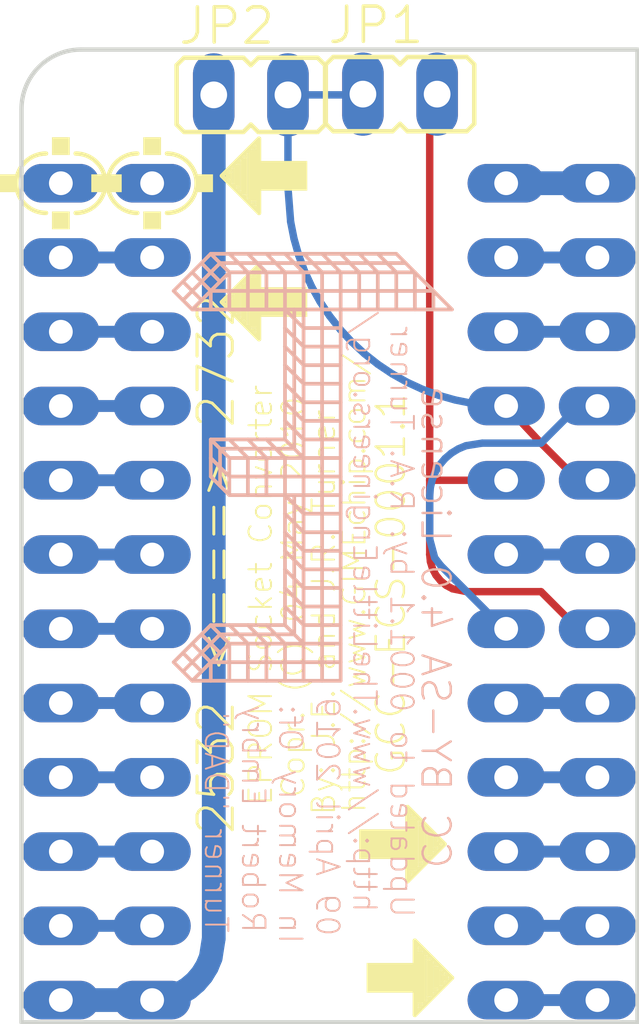
<source format=kicad_pcb>
(kicad_pcb (version 20171130) (host pcbnew "(5.0.2)-1")

  (general
    (thickness 1.6)
    (drawings 18)
    (tracks 93)
    (zones 0)
    (modules 9)
    (nets 25)
  )

  (page A4)
  (layers
    (0 Top signal)
    (1 Route2 signal)
    (2 Route3 signal)
    (3 Route4 signal)
    (4 Route5 signal)
    (5 Route6 signal)
    (6 Route7 signal)
    (7 Route8 signal)
    (8 Route9 signal)
    (9 Route10 signal)
    (10 Route11 signal)
    (11 Route12 signal)
    (12 Route13 signal)
    (13 Route14 signal)
    (14 Route15 signal)
    (31 Bottom signal)
    (32 B.Adhes user)
    (33 F.Adhes user)
    (34 B.Paste user)
    (35 F.Paste user)
    (36 B.SilkS user)
    (37 F.SilkS user)
    (38 B.Mask user)
    (39 F.Mask user)
    (40 Dwgs.User user)
    (41 Cmts.User user)
    (42 Eco1.User user)
    (43 Eco2.User user)
    (44 Edge.Cuts user)
    (45 Margin user)
    (46 B.CrtYd user)
    (47 F.CrtYd user)
    (48 B.Fab user)
    (49 F.Fab user)
  )

  (setup
    (last_trace_width 0.25)
    (trace_clearance 0.2)
    (zone_clearance 0.508)
    (zone_45_only no)
    (trace_min 0.2)
    (segment_width 0.2)
    (edge_width 0.15)
    (via_size 0.8)
    (via_drill 0.4)
    (via_min_size 0.4)
    (via_min_drill 0.3)
    (uvia_size 0.3)
    (uvia_drill 0.1)
    (uvias_allowed no)
    (uvia_min_size 0.2)
    (uvia_min_drill 0.1)
    (pcb_text_width 0.3)
    (pcb_text_size 1.5 1.5)
    (mod_edge_width 0.15)
    (mod_text_size 1 1)
    (mod_text_width 0.15)
    (pad_size 1.524 1.524)
    (pad_drill 0.762)
    (pad_to_mask_clearance 0.051)
    (solder_mask_min_width 0.25)
    (aux_axis_origin 0 0)
    (visible_elements FFFFFF7F)
    (pcbplotparams
      (layerselection 0x010fc_ffffffff)
      (usegerberextensions false)
      (usegerberattributes false)
      (usegerberadvancedattributes false)
      (creategerberjobfile false)
      (excludeedgelayer true)
      (linewidth 0.100000)
      (plotframeref false)
      (viasonmask false)
      (mode 1)
      (useauxorigin false)
      (hpglpennumber 1)
      (hpglpenspeed 20)
      (hpglpendiameter 15.000000)
      (psnegative false)
      (psa4output false)
      (plotreference true)
      (plotvalue true)
      (plotinvisibletext false)
      (padsonsilk false)
      (subtractmaskfromsilk false)
      (outputformat 1)
      (mirror false)
      (drillshape 1)
      (scaleselection 1)
      (outputdirectory ""))
  )

  (net 0 "")
  (net 1 GND)
  (net 2 VCC)
  (net 3 "Net-(IC1-Pad23)")
  (net 4 "Net-(IC1-Pad22)")
  (net 5 "Net-(IC1-Pad21)")
  (net 6 "Net-(IC1-Pad20)")
  (net 7 "Net-(IC1-Pad19)")
  (net 8 "Net-(IC1-Pad18)")
  (net 9 "Net-(IC1-Pad17)")
  (net 10 "Net-(IC1-Pad16)")
  (net 11 "Net-(IC1-Pad15)")
  (net 12 "Net-(IC1-Pad14)")
  (net 13 "Net-(IC1-Pad13)")
  (net 14 "Net-(IC1-Pad11)")
  (net 15 "Net-(IC1-Pad10)")
  (net 16 "Net-(IC1-Pad9)")
  (net 17 "Net-(IC1-Pad5)")
  (net 18 "Net-(IC1-Pad6)")
  (net 19 "Net-(IC1-Pad4)")
  (net 20 "Net-(IC1-Pad3)")
  (net 21 "Net-(IC1-Pad8)")
  (net 22 "Net-(IC1-Pad7)")
  (net 23 "Net-(IC1-Pad2)")
  (net 24 "Net-(IC1-Pad1)")

  (net_class Default "This is the default net class."
    (clearance 0.2)
    (trace_width 0.25)
    (via_dia 0.8)
    (via_drill 0.4)
    (uvia_dia 0.3)
    (uvia_drill 0.1)
    (add_net GND)
    (add_net "Net-(IC1-Pad1)")
    (add_net "Net-(IC1-Pad10)")
    (add_net "Net-(IC1-Pad11)")
    (add_net "Net-(IC1-Pad13)")
    (add_net "Net-(IC1-Pad14)")
    (add_net "Net-(IC1-Pad15)")
    (add_net "Net-(IC1-Pad16)")
    (add_net "Net-(IC1-Pad17)")
    (add_net "Net-(IC1-Pad18)")
    (add_net "Net-(IC1-Pad19)")
    (add_net "Net-(IC1-Pad2)")
    (add_net "Net-(IC1-Pad20)")
    (add_net "Net-(IC1-Pad21)")
    (add_net "Net-(IC1-Pad22)")
    (add_net "Net-(IC1-Pad23)")
    (add_net "Net-(IC1-Pad3)")
    (add_net "Net-(IC1-Pad4)")
    (add_net "Net-(IC1-Pad5)")
    (add_net "Net-(IC1-Pad6)")
    (add_net "Net-(IC1-Pad7)")
    (add_net "Net-(IC1-Pad8)")
    (add_net "Net-(IC1-Pad9)")
    (add_net VCC)
  )

  (module GCC-ECS-0001.1:DIL24 (layer Top) (tedit 0) (tstamp 5CAE0E9F)
    (at 146.9263 106.9086 270)
    (descr "<b>24-Pin Dual In Line Package</b><br>GIMEChip.com<br>TheLittleEngineers.org<br>\"Little\" John Eric Turner<br>\"Big\" John Robert Turner<br>\"Uncle\" Robert \"The R.A.T.\" Allen Turner<br>Unless otherwise noted, content of this library is licensed under a Creative Commons Attribution-ShareAlike 4.0 International (CC BY-SA 4.0) license (https://creativecommons.org/licenses/by-sa/4.0/)")
    (path /22F7723E)
    (fp_text reference IC1 (at 0 0 90) (layer F.SilkS) hide
      (effects (font (size 1.6891 1.6891) (thickness 0.16891)) (justify left bottom))
    )
    (fp_text value 2532 (at 0 0) (layer F.SilkS) hide
      (effects (font (size 1.6891 1.6891) (thickness 0.16891)) (justify left bottom))
    )
    (fp_poly (pts (xy -13.0048 7.9248) (xy -12.3952 7.9248) (xy -12.3952 7.3152) (xy -13.0048 7.3152)) (layer F.SilkS) (width 0))
    (fp_poly (pts (xy -15.5448 7.9248) (xy -14.9352 7.9248) (xy -14.9352 7.3152) (xy -15.5448 7.3152)) (layer F.SilkS) (width 0))
    (fp_poly (pts (xy -14.2748 9.7028) (xy -13.6652 9.7028) (xy -13.6652 9.0932) (xy -14.2748 9.0932)) (layer F.SilkS) (width 0))
    (fp_poly (pts (xy -14.2748 6.1468) (xy -13.6652 6.1468) (xy -13.6652 5.5372) (xy -14.2748 5.5372)) (layer F.SilkS) (width 0))
    (fp_poly (pts (xy -14.2748 -7.3152) (xy -13.6652 -7.3152) (xy -13.6652 -7.9248) (xy -14.2748 -7.9248)) (layer F.Fab) (width 0))
    (fp_poly (pts (xy -11.7348 -7.3152) (xy -11.1252 -7.3152) (xy -11.1252 -7.9248) (xy -11.7348 -7.9248)) (layer F.Fab) (width 0))
    (fp_poly (pts (xy -9.1948 -7.3152) (xy -8.5852 -7.3152) (xy -8.5852 -7.9248) (xy -9.1948 -7.9248)) (layer F.Fab) (width 0))
    (fp_poly (pts (xy -6.6548 -7.3152) (xy -6.0452 -7.3152) (xy -6.0452 -7.9248) (xy -6.6548 -7.9248)) (layer F.Fab) (width 0))
    (fp_poly (pts (xy -4.1148 -7.3152) (xy -3.5052 -7.3152) (xy -3.5052 -7.9248) (xy -4.1148 -7.9248)) (layer F.Fab) (width 0))
    (fp_poly (pts (xy -1.5748 -7.3152) (xy -0.9652 -7.3152) (xy -0.9652 -7.9248) (xy -1.5748 -7.9248)) (layer F.Fab) (width 0))
    (fp_poly (pts (xy 0.9652 -7.3152) (xy 1.5748 -7.3152) (xy 1.5748 -7.9248) (xy 0.9652 -7.9248)) (layer F.Fab) (width 0))
    (fp_poly (pts (xy 3.5052 -7.3152) (xy 4.1148 -7.3152) (xy 4.1148 -7.9248) (xy 3.5052 -7.9248)) (layer F.Fab) (width 0))
    (fp_poly (pts (xy 6.0452 -7.3152) (xy 6.6548 -7.3152) (xy 6.6548 -7.9248) (xy 6.0452 -7.9248)) (layer F.Fab) (width 0))
    (fp_poly (pts (xy 8.5852 -7.3152) (xy 9.1948 -7.3152) (xy 9.1948 -7.9248) (xy 8.5852 -7.9248)) (layer F.Fab) (width 0))
    (fp_poly (pts (xy 11.1252 -7.3152) (xy 11.7348 -7.3152) (xy 11.7348 -7.9248) (xy 11.1252 -7.9248)) (layer F.Fab) (width 0))
    (fp_poly (pts (xy 13.6652 -7.3152) (xy 14.2748 -7.3152) (xy 14.2748 -7.9248) (xy 13.6652 -7.9248)) (layer F.Fab) (width 0))
    (fp_poly (pts (xy 13.6652 7.9248) (xy 14.2748 7.9248) (xy 14.2748 7.3152) (xy 13.6652 7.3152)) (layer F.Fab) (width 0))
    (fp_poly (pts (xy 11.1252 7.9248) (xy 11.7348 7.9248) (xy 11.7348 7.3152) (xy 11.1252 7.3152)) (layer F.Fab) (width 0))
    (fp_poly (pts (xy 8.5852 7.9248) (xy 9.1948 7.9248) (xy 9.1948 7.3152) (xy 8.5852 7.3152)) (layer F.Fab) (width 0))
    (fp_poly (pts (xy 6.0452 7.9248) (xy 6.6548 7.9248) (xy 6.6548 7.3152) (xy 6.0452 7.3152)) (layer F.Fab) (width 0))
    (fp_poly (pts (xy 3.5052 7.9248) (xy 4.1148 7.9248) (xy 4.1148 7.3152) (xy 3.5052 7.3152)) (layer F.Fab) (width 0))
    (fp_poly (pts (xy 0.9652 7.9248) (xy 1.5748 7.9248) (xy 1.5748 7.3152) (xy 0.9652 7.3152)) (layer F.Fab) (width 0))
    (fp_poly (pts (xy -1.5748 7.9248) (xy -0.9652 7.9248) (xy -0.9652 7.3152) (xy -1.5748 7.3152)) (layer F.Fab) (width 0))
    (fp_poly (pts (xy -4.1148 7.9248) (xy -3.5052 7.9248) (xy -3.5052 7.3152) (xy -4.1148 7.3152)) (layer F.Fab) (width 0))
    (fp_poly (pts (xy -6.6548 7.9248) (xy -6.0452 7.9248) (xy -6.0452 7.3152) (xy -6.6548 7.3152)) (layer F.Fab) (width 0))
    (fp_poly (pts (xy -9.1948 7.9248) (xy -8.5852 7.9248) (xy -8.5852 7.3152) (xy -9.1948 7.3152)) (layer F.Fab) (width 0))
    (fp_poly (pts (xy -11.7348 7.9248) (xy -11.1252 7.9248) (xy -11.1252 7.3152) (xy -11.7348 7.3152)) (layer F.Fab) (width 0))
    (fp_poly (pts (xy -14.2748 7.9248) (xy -13.6652 7.9248) (xy -13.6652 7.3152) (xy -14.2748 7.3152)) (layer F.Fab) (width 0))
    (fp_arc (start -13.97 8.128) (end -12.954 8.128) (angle 180) (layer F.SilkS) (width 0.1524))
    (fp_arc (start -13.97 7.112) (end -14.986 7.112) (angle 180) (layer F.SilkS) (width 0.1524))
    (pad 24 thru_hole oval (at -13.97 -7.62) (size 2.6416 1.3208) (drill 0.8128) (layers *.Cu *.Mask)
      (net 2 VCC) (solder_mask_margin 0.1016))
    (pad 23 thru_hole oval (at -11.43 -7.62) (size 2.6416 1.3208) (drill 0.8128) (layers *.Cu *.Mask)
      (net 3 "Net-(IC1-Pad23)") (solder_mask_margin 0.1016))
    (pad 22 thru_hole oval (at -8.89 -7.62) (size 2.6416 1.3208) (drill 0.8128) (layers *.Cu *.Mask)
      (net 4 "Net-(IC1-Pad22)") (solder_mask_margin 0.1016))
    (pad 21 thru_hole oval (at -6.35 -7.62) (size 2.6416 1.3208) (drill 0.8128) (layers *.Cu *.Mask)
      (net 5 "Net-(IC1-Pad21)") (solder_mask_margin 0.1016))
    (pad 20 thru_hole oval (at -3.81 -7.62) (size 2.6416 1.3208) (drill 0.8128) (layers *.Cu *.Mask)
      (net 6 "Net-(IC1-Pad20)") (solder_mask_margin 0.1016))
    (pad 19 thru_hole oval (at -1.27 -7.62) (size 2.6416 1.3208) (drill 0.8128) (layers *.Cu *.Mask)
      (net 7 "Net-(IC1-Pad19)") (solder_mask_margin 0.1016))
    (pad 18 thru_hole oval (at 1.27 -7.62) (size 2.6416 1.3208) (drill 0.8128) (layers *.Cu *.Mask)
      (net 8 "Net-(IC1-Pad18)") (solder_mask_margin 0.1016))
    (pad 17 thru_hole oval (at 3.81 -7.62) (size 2.6416 1.3208) (drill 0.8128) (layers *.Cu *.Mask)
      (net 9 "Net-(IC1-Pad17)") (solder_mask_margin 0.1016))
    (pad 16 thru_hole oval (at 6.35 -7.62) (size 2.6416 1.3208) (drill 0.8128) (layers *.Cu *.Mask)
      (net 10 "Net-(IC1-Pad16)") (solder_mask_margin 0.1016))
    (pad 15 thru_hole oval (at 8.89 -7.62) (size 2.6416 1.3208) (drill 0.8128) (layers *.Cu *.Mask)
      (net 11 "Net-(IC1-Pad15)") (solder_mask_margin 0.1016))
    (pad 14 thru_hole oval (at 11.43 -7.62) (size 2.6416 1.3208) (drill 0.8128) (layers *.Cu *.Mask)
      (net 12 "Net-(IC1-Pad14)") (solder_mask_margin 0.1016))
    (pad 13 thru_hole oval (at 13.97 -7.62) (size 2.6416 1.3208) (drill 0.8128) (layers *.Cu *.Mask)
      (net 13 "Net-(IC1-Pad13)") (solder_mask_margin 0.1016))
    (pad 12 thru_hole oval (at 13.97 7.62) (size 2.6416 1.3208) (drill 0.8128) (layers *.Cu *.Mask)
      (net 1 GND) (solder_mask_margin 0.1016))
    (pad 11 thru_hole oval (at 11.43 7.62) (size 2.6416 1.3208) (drill 0.8128) (layers *.Cu *.Mask)
      (net 14 "Net-(IC1-Pad11)") (solder_mask_margin 0.1016))
    (pad 10 thru_hole oval (at 8.89 7.62) (size 2.6416 1.3208) (drill 0.8128) (layers *.Cu *.Mask)
      (net 15 "Net-(IC1-Pad10)") (solder_mask_margin 0.1016))
    (pad 9 thru_hole oval (at 6.35 7.62) (size 2.6416 1.3208) (drill 0.8128) (layers *.Cu *.Mask)
      (net 16 "Net-(IC1-Pad9)") (solder_mask_margin 0.1016))
    (pad 5 thru_hole oval (at -3.81 7.62) (size 2.6416 1.3208) (drill 0.8128) (layers *.Cu *.Mask)
      (net 17 "Net-(IC1-Pad5)") (solder_mask_margin 0.1016))
    (pad 6 thru_hole oval (at -1.27 7.62) (size 2.6416 1.3208) (drill 0.8128) (layers *.Cu *.Mask)
      (net 18 "Net-(IC1-Pad6)") (solder_mask_margin 0.1016))
    (pad 4 thru_hole oval (at -6.35 7.62) (size 2.6416 1.3208) (drill 0.8128) (layers *.Cu *.Mask)
      (net 19 "Net-(IC1-Pad4)") (solder_mask_margin 0.1016))
    (pad 3 thru_hole oval (at -8.89 7.62) (size 2.6416 1.3208) (drill 0.8128) (layers *.Cu *.Mask)
      (net 20 "Net-(IC1-Pad3)") (solder_mask_margin 0.1016))
    (pad 8 thru_hole oval (at 3.81 7.62) (size 2.6416 1.3208) (drill 0.8128) (layers *.Cu *.Mask)
      (net 21 "Net-(IC1-Pad8)") (solder_mask_margin 0.1016))
    (pad 7 thru_hole oval (at 1.27 7.62) (size 2.6416 1.3208) (drill 0.8128) (layers *.Cu *.Mask)
      (net 22 "Net-(IC1-Pad7)") (solder_mask_margin 0.1016))
    (pad 2 thru_hole oval (at -11.43 7.62) (size 2.6416 1.3208) (drill 0.8128) (layers *.Cu *.Mask)
      (net 23 "Net-(IC1-Pad2)") (solder_mask_margin 0.1016))
    (pad 1 thru_hole oval (at -13.97 7.62) (size 2.6416 1.3208) (drill 0.8128) (layers *.Cu *.Mask)
      (net 24 "Net-(IC1-Pad1)") (solder_mask_margin 0.1016))
  )

  (module GCC-ECS-0001.1:DIL24 (layer Top) (tedit 0) (tstamp 5CAE0ED8)
    (at 150.0505 106.9086 270)
    (descr "<b>24-Pin Dual In Line Package</b><br>GIMEChip.com<br>TheLittleEngineers.org<br>\"Little\" John Eric Turner<br>\"Big\" John Robert Turner<br>\"Uncle\" Robert \"The R.A.T.\" Allen Turner<br>Unless otherwise noted, content of this library is licensed under a Creative Commons Attribution-ShareAlike 4.0 International (CC BY-SA 4.0) license (https://creativecommons.org/licenses/by-sa/4.0/)")
    (path /91340C04)
    (fp_text reference IC2 (at 0 0 90) (layer F.SilkS) hide
      (effects (font (size 1.6891 1.6891) (thickness 0.16891)) (justify left bottom))
    )
    (fp_text value 2732 (at 0 0) (layer F.SilkS) hide
      (effects (font (size 1.6891 1.6891) (thickness 0.16891)) (justify left bottom))
    )
    (fp_poly (pts (xy -13.0048 7.9248) (xy -12.3952 7.9248) (xy -12.3952 7.3152) (xy -13.0048 7.3152)) (layer F.SilkS) (width 0))
    (fp_poly (pts (xy -15.5448 7.9248) (xy -14.9352 7.9248) (xy -14.9352 7.3152) (xy -15.5448 7.3152)) (layer F.SilkS) (width 0))
    (fp_poly (pts (xy -14.2748 9.7028) (xy -13.6652 9.7028) (xy -13.6652 9.0932) (xy -14.2748 9.0932)) (layer F.SilkS) (width 0))
    (fp_poly (pts (xy -14.2748 6.1468) (xy -13.6652 6.1468) (xy -13.6652 5.5372) (xy -14.2748 5.5372)) (layer F.SilkS) (width 0))
    (fp_poly (pts (xy -14.2748 -7.3152) (xy -13.6652 -7.3152) (xy -13.6652 -7.9248) (xy -14.2748 -7.9248)) (layer F.Fab) (width 0))
    (fp_poly (pts (xy -11.7348 -7.3152) (xy -11.1252 -7.3152) (xy -11.1252 -7.9248) (xy -11.7348 -7.9248)) (layer F.Fab) (width 0))
    (fp_poly (pts (xy -9.1948 -7.3152) (xy -8.5852 -7.3152) (xy -8.5852 -7.9248) (xy -9.1948 -7.9248)) (layer F.Fab) (width 0))
    (fp_poly (pts (xy -6.6548 -7.3152) (xy -6.0452 -7.3152) (xy -6.0452 -7.9248) (xy -6.6548 -7.9248)) (layer F.Fab) (width 0))
    (fp_poly (pts (xy -4.1148 -7.3152) (xy -3.5052 -7.3152) (xy -3.5052 -7.9248) (xy -4.1148 -7.9248)) (layer F.Fab) (width 0))
    (fp_poly (pts (xy -1.5748 -7.3152) (xy -0.9652 -7.3152) (xy -0.9652 -7.9248) (xy -1.5748 -7.9248)) (layer F.Fab) (width 0))
    (fp_poly (pts (xy 0.9652 -7.3152) (xy 1.5748 -7.3152) (xy 1.5748 -7.9248) (xy 0.9652 -7.9248)) (layer F.Fab) (width 0))
    (fp_poly (pts (xy 3.5052 -7.3152) (xy 4.1148 -7.3152) (xy 4.1148 -7.9248) (xy 3.5052 -7.9248)) (layer F.Fab) (width 0))
    (fp_poly (pts (xy 6.0452 -7.3152) (xy 6.6548 -7.3152) (xy 6.6548 -7.9248) (xy 6.0452 -7.9248)) (layer F.Fab) (width 0))
    (fp_poly (pts (xy 8.5852 -7.3152) (xy 9.1948 -7.3152) (xy 9.1948 -7.9248) (xy 8.5852 -7.9248)) (layer F.Fab) (width 0))
    (fp_poly (pts (xy 11.1252 -7.3152) (xy 11.7348 -7.3152) (xy 11.7348 -7.9248) (xy 11.1252 -7.9248)) (layer F.Fab) (width 0))
    (fp_poly (pts (xy 13.6652 -7.3152) (xy 14.2748 -7.3152) (xy 14.2748 -7.9248) (xy 13.6652 -7.9248)) (layer F.Fab) (width 0))
    (fp_poly (pts (xy 13.6652 7.9248) (xy 14.2748 7.9248) (xy 14.2748 7.3152) (xy 13.6652 7.3152)) (layer F.Fab) (width 0))
    (fp_poly (pts (xy 11.1252 7.9248) (xy 11.7348 7.9248) (xy 11.7348 7.3152) (xy 11.1252 7.3152)) (layer F.Fab) (width 0))
    (fp_poly (pts (xy 8.5852 7.9248) (xy 9.1948 7.9248) (xy 9.1948 7.3152) (xy 8.5852 7.3152)) (layer F.Fab) (width 0))
    (fp_poly (pts (xy 6.0452 7.9248) (xy 6.6548 7.9248) (xy 6.6548 7.3152) (xy 6.0452 7.3152)) (layer F.Fab) (width 0))
    (fp_poly (pts (xy 3.5052 7.9248) (xy 4.1148 7.9248) (xy 4.1148 7.3152) (xy 3.5052 7.3152)) (layer F.Fab) (width 0))
    (fp_poly (pts (xy 0.9652 7.9248) (xy 1.5748 7.9248) (xy 1.5748 7.3152) (xy 0.9652 7.3152)) (layer F.Fab) (width 0))
    (fp_poly (pts (xy -1.5748 7.9248) (xy -0.9652 7.9248) (xy -0.9652 7.3152) (xy -1.5748 7.3152)) (layer F.Fab) (width 0))
    (fp_poly (pts (xy -4.1148 7.9248) (xy -3.5052 7.9248) (xy -3.5052 7.3152) (xy -4.1148 7.3152)) (layer F.Fab) (width 0))
    (fp_poly (pts (xy -6.6548 7.9248) (xy -6.0452 7.9248) (xy -6.0452 7.3152) (xy -6.6548 7.3152)) (layer F.Fab) (width 0))
    (fp_poly (pts (xy -9.1948 7.9248) (xy -8.5852 7.9248) (xy -8.5852 7.3152) (xy -9.1948 7.3152)) (layer F.Fab) (width 0))
    (fp_poly (pts (xy -11.7348 7.9248) (xy -11.1252 7.9248) (xy -11.1252 7.3152) (xy -11.7348 7.3152)) (layer F.Fab) (width 0))
    (fp_poly (pts (xy -14.2748 7.9248) (xy -13.6652 7.9248) (xy -13.6652 7.3152) (xy -14.2748 7.3152)) (layer F.Fab) (width 0))
    (fp_arc (start -13.97 8.128) (end -12.954 8.128) (angle 180) (layer F.SilkS) (width 0.1524))
    (fp_arc (start -13.97 7.112) (end -14.986 7.112) (angle 180) (layer F.SilkS) (width 0.1524))
    (pad 24 thru_hole oval (at -13.97 -7.62) (size 2.6416 1.3208) (drill 0.8128) (layers *.Cu *.Mask)
      (net 2 VCC) (solder_mask_margin 0.1016))
    (pad 23 thru_hole oval (at -11.43 -7.62) (size 2.6416 1.3208) (drill 0.8128) (layers *.Cu *.Mask)
      (net 3 "Net-(IC1-Pad23)") (solder_mask_margin 0.1016))
    (pad 22 thru_hole oval (at -8.89 -7.62) (size 2.6416 1.3208) (drill 0.8128) (layers *.Cu *.Mask)
      (net 4 "Net-(IC1-Pad22)") (solder_mask_margin 0.1016))
    (pad 21 thru_hole oval (at -6.35 -7.62) (size 2.6416 1.3208) (drill 0.8128) (layers *.Cu *.Mask)
      (net 8 "Net-(IC1-Pad18)") (solder_mask_margin 0.1016))
    (pad 20 thru_hole oval (at -3.81 -7.62) (size 2.6416 1.3208) (drill 0.8128) (layers *.Cu *.Mask)
      (net 5 "Net-(IC1-Pad21)") (solder_mask_margin 0.1016))
    (pad 19 thru_hole oval (at -1.27 -7.62) (size 2.6416 1.3208) (drill 0.8128) (layers *.Cu *.Mask)
      (net 7 "Net-(IC1-Pad19)") (solder_mask_margin 0.1016))
    (pad 18 thru_hole oval (at 1.27 -7.62) (size 2.6416 1.3208) (drill 0.8128) (layers *.Cu *.Mask)
      (net 6 "Net-(IC1-Pad20)") (solder_mask_margin 0.1016))
    (pad 17 thru_hole oval (at 3.81 -7.62) (size 2.6416 1.3208) (drill 0.8128) (layers *.Cu *.Mask)
      (net 9 "Net-(IC1-Pad17)") (solder_mask_margin 0.1016))
    (pad 16 thru_hole oval (at 6.35 -7.62) (size 2.6416 1.3208) (drill 0.8128) (layers *.Cu *.Mask)
      (net 10 "Net-(IC1-Pad16)") (solder_mask_margin 0.1016))
    (pad 15 thru_hole oval (at 8.89 -7.62) (size 2.6416 1.3208) (drill 0.8128) (layers *.Cu *.Mask)
      (net 11 "Net-(IC1-Pad15)") (solder_mask_margin 0.1016))
    (pad 14 thru_hole oval (at 11.43 -7.62) (size 2.6416 1.3208) (drill 0.8128) (layers *.Cu *.Mask)
      (net 12 "Net-(IC1-Pad14)") (solder_mask_margin 0.1016))
    (pad 13 thru_hole oval (at 13.97 -7.62) (size 2.6416 1.3208) (drill 0.8128) (layers *.Cu *.Mask)
      (net 13 "Net-(IC1-Pad13)") (solder_mask_margin 0.1016))
    (pad 12 thru_hole oval (at 13.97 7.62) (size 2.6416 1.3208) (drill 0.8128) (layers *.Cu *.Mask)
      (net 1 GND) (solder_mask_margin 0.1016))
    (pad 11 thru_hole oval (at 11.43 7.62) (size 2.6416 1.3208) (drill 0.8128) (layers *.Cu *.Mask)
      (net 14 "Net-(IC1-Pad11)") (solder_mask_margin 0.1016))
    (pad 10 thru_hole oval (at 8.89 7.62) (size 2.6416 1.3208) (drill 0.8128) (layers *.Cu *.Mask)
      (net 15 "Net-(IC1-Pad10)") (solder_mask_margin 0.1016))
    (pad 9 thru_hole oval (at 6.35 7.62) (size 2.6416 1.3208) (drill 0.8128) (layers *.Cu *.Mask)
      (net 16 "Net-(IC1-Pad9)") (solder_mask_margin 0.1016))
    (pad 5 thru_hole oval (at -3.81 7.62) (size 2.6416 1.3208) (drill 0.8128) (layers *.Cu *.Mask)
      (net 17 "Net-(IC1-Pad5)") (solder_mask_margin 0.1016))
    (pad 6 thru_hole oval (at -1.27 7.62) (size 2.6416 1.3208) (drill 0.8128) (layers *.Cu *.Mask)
      (net 18 "Net-(IC1-Pad6)") (solder_mask_margin 0.1016))
    (pad 4 thru_hole oval (at -6.35 7.62) (size 2.6416 1.3208) (drill 0.8128) (layers *.Cu *.Mask)
      (net 19 "Net-(IC1-Pad4)") (solder_mask_margin 0.1016))
    (pad 3 thru_hole oval (at -8.89 7.62) (size 2.6416 1.3208) (drill 0.8128) (layers *.Cu *.Mask)
      (net 20 "Net-(IC1-Pad3)") (solder_mask_margin 0.1016))
    (pad 8 thru_hole oval (at 3.81 7.62) (size 2.6416 1.3208) (drill 0.8128) (layers *.Cu *.Mask)
      (net 21 "Net-(IC1-Pad8)") (solder_mask_margin 0.1016))
    (pad 7 thru_hole oval (at 1.27 7.62) (size 2.6416 1.3208) (drill 0.8128) (layers *.Cu *.Mask)
      (net 22 "Net-(IC1-Pad7)") (solder_mask_margin 0.1016))
    (pad 2 thru_hole oval (at -11.43 7.62) (size 2.6416 1.3208) (drill 0.8128) (layers *.Cu *.Mask)
      (net 23 "Net-(IC1-Pad2)") (solder_mask_margin 0.1016))
    (pad 1 thru_hole oval (at -13.97 7.62) (size 2.6416 1.3208) (drill 0.8128) (layers *.Cu *.Mask)
      (net 24 "Net-(IC1-Pad1)") (solder_mask_margin 0.1016))
  )

  (module GCC-ECS-0001.1:JP1 (layer Top) (tedit 0) (tstamp 5CAE0F11)
    (at 150.9141 89.8906 270)
    (descr "<b>TWO-PIN JUMPER</b><br>GIMEChip.com<br>TheLittleEngineers.org<br>\"Little\" John Eric Turner<br>\"Big\" John Robert Turner<br>\"Uncle\" Robert \"The R.A.T.\" Allen Turner<br>Unless otherwise noted, content of this library is licensed under a Creative Commons Attribution-ShareAlike 4.0 International (CC BY-SA 4.0) license (https://creativecommons.org/licenses/by-sa/4.0/)")
    (path /0B60073D)
    (fp_text reference JP1 (at -1.651 2.54) (layer F.SilkS)
      (effects (font (size 1.2065 1.2065) (thickness 0.12065)) (justify left bottom))
    )
    (fp_text value JP (at 4.191 2.54) (layer F.Fab)
      (effects (font (size 1.2065 1.2065) (thickness 0.12065)) (justify left bottom))
    )
    (fp_poly (pts (xy -0.3048 1.5748) (xy 0.3048 1.5748) (xy 0.3048 0.9652) (xy -0.3048 0.9652)) (layer F.Fab) (width 0))
    (fp_poly (pts (xy -0.3048 -0.9652) (xy 0.3048 -0.9652) (xy 0.3048 -1.5748) (xy -0.3048 -1.5748)) (layer F.Fab) (width 0))
    (fp_line (start -1.016 2.54) (end 1.016 2.54) (layer F.SilkS) (width 0.1524))
    (fp_line (start -1.016 2.54) (end -1.27 2.286) (layer F.SilkS) (width 0.1524))
    (fp_line (start -1.27 0.254) (end -1.27 2.286) (layer F.SilkS) (width 0.1524))
    (fp_line (start -1.27 -2.286) (end -1.27 -0.254) (layer F.SilkS) (width 0.1524))
    (fp_line (start -1.27 -2.286) (end -1.016 -2.54) (layer F.SilkS) (width 0.1524))
    (fp_line (start 1.016 -2.54) (end -1.016 -2.54) (layer F.SilkS) (width 0.1524))
    (fp_line (start 1.27 -2.286) (end 1.27 -0.254) (layer F.SilkS) (width 0.1524))
    (fp_line (start 1.27 -2.286) (end 1.016 -2.54) (layer F.SilkS) (width 0.1524))
    (fp_line (start 1.016 2.54) (end 1.27 2.286) (layer F.SilkS) (width 0.1524))
    (fp_line (start 1.27 0.254) (end 1.27 2.286) (layer F.SilkS) (width 0.1524))
    (fp_line (start 1.016 0) (end 1.27 0.254) (layer F.SilkS) (width 0.1524))
    (fp_line (start 1.016 0) (end 1.27 -0.254) (layer F.SilkS) (width 0.1524))
    (fp_line (start -1.016 0) (end -1.27 0.254) (layer F.SilkS) (width 0.1524))
    (fp_line (start -1.016 0) (end -1.27 -0.254) (layer F.SilkS) (width 0.1524))
    (pad 2 thru_hole oval (at 0 -1.27 270) (size 2.8448 1.4224) (drill 0.9144) (layers *.Cu *.Mask)
      (net 6 "Net-(IC1-Pad20)") (solder_mask_margin 0.1016))
    (pad 1 thru_hole oval (at 0 1.27 270) (size 2.8448 1.4224) (drill 0.9144) (layers *.Cu *.Mask)
      (net 5 "Net-(IC1-Pad21)") (solder_mask_margin 0.1016))
  )

  (module GCC-ECS-0001.1:JP1 (layer Top) (tedit 0) (tstamp 5CAE0F26)
    (at 145.8087 89.916 270)
    (descr "<b>TWO-PIN JUMPER</b><br>GIMEChip.com<br>TheLittleEngineers.org<br>\"Little\" John Eric Turner<br>\"Big\" John Robert Turner<br>\"Uncle\" Robert \"The R.A.T.\" Allen Turner<br>Unless otherwise noted, content of this library is licensed under a Creative Commons Attribution-ShareAlike 4.0 International (CC BY-SA 4.0) license (https://creativecommons.org/licenses/by-sa/4.0/)")
    (path /BAFA783C)
    (fp_text reference JP2 (at -1.651 2.54) (layer F.SilkS)
      (effects (font (size 1.2065 1.2065) (thickness 0.12065)) (justify left bottom))
    )
    (fp_text value JP (at 4.191 2.54) (layer F.Fab)
      (effects (font (size 1.2065 1.2065) (thickness 0.12065)) (justify left bottom))
    )
    (fp_poly (pts (xy -0.3048 1.5748) (xy 0.3048 1.5748) (xy 0.3048 0.9652) (xy -0.3048 0.9652)) (layer F.Fab) (width 0))
    (fp_poly (pts (xy -0.3048 -0.9652) (xy 0.3048 -0.9652) (xy 0.3048 -1.5748) (xy -0.3048 -1.5748)) (layer F.Fab) (width 0))
    (fp_line (start -1.016 2.54) (end 1.016 2.54) (layer F.SilkS) (width 0.1524))
    (fp_line (start -1.016 2.54) (end -1.27 2.286) (layer F.SilkS) (width 0.1524))
    (fp_line (start -1.27 0.254) (end -1.27 2.286) (layer F.SilkS) (width 0.1524))
    (fp_line (start -1.27 -2.286) (end -1.27 -0.254) (layer F.SilkS) (width 0.1524))
    (fp_line (start -1.27 -2.286) (end -1.016 -2.54) (layer F.SilkS) (width 0.1524))
    (fp_line (start 1.016 -2.54) (end -1.016 -2.54) (layer F.SilkS) (width 0.1524))
    (fp_line (start 1.27 -2.286) (end 1.27 -0.254) (layer F.SilkS) (width 0.1524))
    (fp_line (start 1.27 -2.286) (end 1.016 -2.54) (layer F.SilkS) (width 0.1524))
    (fp_line (start 1.016 2.54) (end 1.27 2.286) (layer F.SilkS) (width 0.1524))
    (fp_line (start 1.27 0.254) (end 1.27 2.286) (layer F.SilkS) (width 0.1524))
    (fp_line (start 1.016 0) (end 1.27 0.254) (layer F.SilkS) (width 0.1524))
    (fp_line (start 1.016 0) (end 1.27 -0.254) (layer F.SilkS) (width 0.1524))
    (fp_line (start -1.016 0) (end -1.27 0.254) (layer F.SilkS) (width 0.1524))
    (fp_line (start -1.016 0) (end -1.27 -0.254) (layer F.SilkS) (width 0.1524))
    (pad 2 thru_hole oval (at 0 -1.27 270) (size 2.8448 1.4224) (drill 0.9144) (layers *.Cu *.Mask)
      (net 5 "Net-(IC1-Pad21)") (solder_mask_margin 0.1016))
    (pad 1 thru_hole oval (at 0 1.27 270) (size 2.8448 1.4224) (drill 0.9144) (layers *.Cu *.Mask)
      (net 1 GND) (solder_mask_margin 0.1016))
  )

  (module GCC-ECS-0001.1:ARROW-L (layer Top) (tedit 0) (tstamp 5CAE0F3B)
    (at 146.0881 92.6846)
    (descr "<b>LEFT ARROW - TPLACE</b><br>GIMEChip.com<br>TheLittleEngineers.org<br>\"Little\" John Eric Turner<br>\"Big\" John Robert Turner<br>\"Uncle\" Robert \"The R.A.T.\" Allen Turner<br>Unless otherwise noted, content of this library is licensed under a Creative Commons Attribution-ShareAlike 4.0 International (CC BY-SA 4.0) license (https://creativecommons.org/licenses/by-sa/4.0/)")
    (fp_text reference U$1 (at 0 0) (layer F.SilkS) hide
      (effects (font (size 1.27 1.27) (thickness 0.15)))
    )
    (fp_text value "" (at 0 0) (layer F.SilkS) hide
      (effects (font (size 1.27 1.27) (thickness 0.15)))
    )
    (fp_poly (pts (xy -0.127 -0.889) (xy -0.127 -1.016) (xy -0.254 -1.016) (xy -0.254 -0.889)) (layer F.SilkS) (width 0))
    (fp_poly (pts (xy 0 -0.889) (xy 0 -1.143) (xy -0.127 -1.143) (xy -0.127 -0.889)) (layer F.SilkS) (width 0))
    (fp_poly (pts (xy -0.381 -0.635) (xy -0.381 -0.762) (xy -0.508 -0.762) (xy -0.508 -0.635)) (layer F.SilkS) (width 0))
    (fp_poly (pts (xy -0.635 -0.381) (xy -0.635 -0.508) (xy -0.762 -0.508) (xy -0.762 -0.381)) (layer F.SilkS) (width 0))
    (fp_poly (pts (xy -0.889 -0.127) (xy -0.889 -0.254) (xy -1.016 -0.254) (xy -1.016 -0.127)) (layer F.SilkS) (width 0))
    (fp_poly (pts (xy -0.889 0.254) (xy -0.889 0.127) (xy -1.016 0.127) (xy -1.016 0.254)) (layer F.SilkS) (width 0))
    (fp_poly (pts (xy -0.635 0.508) (xy -0.635 0.381) (xy -0.762 0.381) (xy -0.762 0.508)) (layer F.SilkS) (width 0))
    (fp_poly (pts (xy -0.381 0.762) (xy -0.381 0.635) (xy -0.508 0.635) (xy -0.508 0.762)) (layer F.SilkS) (width 0))
    (fp_poly (pts (xy -0.127 1.016) (xy -0.127 0.889) (xy -0.254 0.889) (xy -0.254 1.016)) (layer F.SilkS) (width 0))
    (fp_poly (pts (xy 0 1.143) (xy 0 0.889) (xy -0.127 0.889) (xy -0.127 1.143)) (layer F.SilkS) (width 0))
    (fp_poly (pts (xy -0.889 0.127) (xy -0.889 -0.127) (xy -1.143 -0.127) (xy -1.143 0.127)) (layer F.SilkS) (width 0))
    (fp_poly (pts (xy -0.635 0.381) (xy -0.635 -0.381) (xy -0.889 -0.381) (xy -0.889 0.381)) (layer F.SilkS) (width 0))
    (fp_poly (pts (xy -0.381 0.635) (xy -0.381 -0.635) (xy -0.635 -0.635) (xy -0.635 0.635)) (layer F.SilkS) (width 0))
    (fp_poly (pts (xy 0 0.889) (xy 0 -0.889) (xy -0.381 -0.889) (xy -0.381 0.889)) (layer F.SilkS) (width 0))
    (fp_poly (pts (xy 1.651 0.508) (xy 1.651 -0.508) (xy -0.254 -0.508) (xy -0.254 0.508)) (layer F.SilkS) (width 0))
    (fp_line (start -1.27 0) (end 0 1.27) (layer F.SilkS) (width 0.1524))
    (fp_line (start 0 -1.27) (end -1.27 0) (layer F.SilkS) (width 0.1524))
    (fp_line (start 0 1.27) (end 0 -1.27) (layer F.SilkS) (width 0.1524))
  )

  (module GCC-ECS-0001.1:ARROW-L (layer Top) (tedit 0) (tstamp 5CAE0F50)
    (at 146.0881 97.0026)
    (descr "<b>LEFT ARROW - TPLACE</b><br>GIMEChip.com<br>TheLittleEngineers.org<br>\"Little\" John Eric Turner<br>\"Big\" John Robert Turner<br>\"Uncle\" Robert \"The R.A.T.\" Allen Turner<br>Unless otherwise noted, content of this library is licensed under a Creative Commons Attribution-ShareAlike 4.0 International (CC BY-SA 4.0) license (https://creativecommons.org/licenses/by-sa/4.0/)")
    (fp_text reference U$2 (at 0 0) (layer F.SilkS) hide
      (effects (font (size 1.27 1.27) (thickness 0.15)))
    )
    (fp_text value "" (at 0 0) (layer F.SilkS) hide
      (effects (font (size 1.27 1.27) (thickness 0.15)))
    )
    (fp_poly (pts (xy -0.127 -0.889) (xy -0.127 -1.016) (xy -0.254 -1.016) (xy -0.254 -0.889)) (layer F.SilkS) (width 0))
    (fp_poly (pts (xy 0 -0.889) (xy 0 -1.143) (xy -0.127 -1.143) (xy -0.127 -0.889)) (layer F.SilkS) (width 0))
    (fp_poly (pts (xy -0.381 -0.635) (xy -0.381 -0.762) (xy -0.508 -0.762) (xy -0.508 -0.635)) (layer F.SilkS) (width 0))
    (fp_poly (pts (xy -0.635 -0.381) (xy -0.635 -0.508) (xy -0.762 -0.508) (xy -0.762 -0.381)) (layer F.SilkS) (width 0))
    (fp_poly (pts (xy -0.889 -0.127) (xy -0.889 -0.254) (xy -1.016 -0.254) (xy -1.016 -0.127)) (layer F.SilkS) (width 0))
    (fp_poly (pts (xy -0.889 0.254) (xy -0.889 0.127) (xy -1.016 0.127) (xy -1.016 0.254)) (layer F.SilkS) (width 0))
    (fp_poly (pts (xy -0.635 0.508) (xy -0.635 0.381) (xy -0.762 0.381) (xy -0.762 0.508)) (layer F.SilkS) (width 0))
    (fp_poly (pts (xy -0.381 0.762) (xy -0.381 0.635) (xy -0.508 0.635) (xy -0.508 0.762)) (layer F.SilkS) (width 0))
    (fp_poly (pts (xy -0.127 1.016) (xy -0.127 0.889) (xy -0.254 0.889) (xy -0.254 1.016)) (layer F.SilkS) (width 0))
    (fp_poly (pts (xy 0 1.143) (xy 0 0.889) (xy -0.127 0.889) (xy -0.127 1.143)) (layer F.SilkS) (width 0))
    (fp_poly (pts (xy -0.889 0.127) (xy -0.889 -0.127) (xy -1.143 -0.127) (xy -1.143 0.127)) (layer F.SilkS) (width 0))
    (fp_poly (pts (xy -0.635 0.381) (xy -0.635 -0.381) (xy -0.889 -0.381) (xy -0.889 0.381)) (layer F.SilkS) (width 0))
    (fp_poly (pts (xy -0.381 0.635) (xy -0.381 -0.635) (xy -0.635 -0.635) (xy -0.635 0.635)) (layer F.SilkS) (width 0))
    (fp_poly (pts (xy 0 0.889) (xy 0 -0.889) (xy -0.381 -0.889) (xy -0.381 0.889)) (layer F.SilkS) (width 0))
    (fp_poly (pts (xy 1.651 0.508) (xy 1.651 -0.508) (xy -0.254 -0.508) (xy -0.254 0.508)) (layer F.SilkS) (width 0))
    (fp_line (start -1.27 0) (end 0 1.27) (layer F.SilkS) (width 0.1524))
    (fp_line (start 0 -1.27) (end -1.27 0) (layer F.SilkS) (width 0.1524))
    (fp_line (start 0 1.27) (end 0 -1.27) (layer F.SilkS) (width 0.1524))
  )

  (module GCC-ECS-0001.1:ARROW-R (layer Top) (tedit 0) (tstamp 5CAE0F65)
    (at 151.4221 120.1166)
    (descr "<b>RIGHT ARROW - TPLACE</b><br>GIMEChip.com<br>TheLittleEngineers.org<br>\"Little\" John Eric Turner<br>\"Big\" John Robert Turner<br>\"Uncle\" Robert \"The R.A.T.\" Allen Turner<br>Unless otherwise noted, content of this library is licensed under a Creative Commons Attribution-ShareAlike 4.0 International (CC BY-SA 4.0) license (https://creativecommons.org/licenses/by-sa/4.0/)")
    (fp_text reference U$3 (at 0 0) (layer F.SilkS) hide
      (effects (font (size 1.27 1.27) (thickness 0.15)))
    )
    (fp_text value "" (at 0 0) (layer F.SilkS) hide
      (effects (font (size 1.27 1.27) (thickness 0.15)))
    )
    (fp_poly (pts (xy 0.127 0.889) (xy 0.127 1.016) (xy 0.254 1.016) (xy 0.254 0.889)) (layer F.SilkS) (width 0))
    (fp_poly (pts (xy 0 0.889) (xy 0 1.143) (xy 0.127 1.143) (xy 0.127 0.889)) (layer F.SilkS) (width 0))
    (fp_poly (pts (xy 0.381 0.635) (xy 0.381 0.762) (xy 0.508 0.762) (xy 0.508 0.635)) (layer F.SilkS) (width 0))
    (fp_poly (pts (xy 0.635 0.381) (xy 0.635 0.508) (xy 0.762 0.508) (xy 0.762 0.381)) (layer F.SilkS) (width 0))
    (fp_poly (pts (xy 0.889 0.127) (xy 0.889 0.254) (xy 1.016 0.254) (xy 1.016 0.127)) (layer F.SilkS) (width 0))
    (fp_poly (pts (xy 0.889 -0.254) (xy 0.889 -0.127) (xy 1.016 -0.127) (xy 1.016 -0.254)) (layer F.SilkS) (width 0))
    (fp_poly (pts (xy 0.635 -0.508) (xy 0.635 -0.381) (xy 0.762 -0.381) (xy 0.762 -0.508)) (layer F.SilkS) (width 0))
    (fp_poly (pts (xy 0.381 -0.762) (xy 0.381 -0.635) (xy 0.508 -0.635) (xy 0.508 -0.762)) (layer F.SilkS) (width 0))
    (fp_poly (pts (xy 0.127 -1.016) (xy 0.127 -0.889) (xy 0.254 -0.889) (xy 0.254 -1.016)) (layer F.SilkS) (width 0))
    (fp_poly (pts (xy 0 -1.143) (xy 0 -0.889) (xy 0.127 -0.889) (xy 0.127 -1.143)) (layer F.SilkS) (width 0))
    (fp_poly (pts (xy 0.889 -0.127) (xy 0.889 0.127) (xy 1.143 0.127) (xy 1.143 -0.127)) (layer F.SilkS) (width 0))
    (fp_poly (pts (xy 0.635 -0.381) (xy 0.635 0.381) (xy 0.889 0.381) (xy 0.889 -0.381)) (layer F.SilkS) (width 0))
    (fp_poly (pts (xy 0.381 -0.635) (xy 0.381 0.635) (xy 0.635 0.635) (xy 0.635 -0.635)) (layer F.SilkS) (width 0))
    (fp_poly (pts (xy 0 -0.889) (xy 0 0.889) (xy 0.381 0.889) (xy 0.381 -0.889)) (layer F.SilkS) (width 0))
    (fp_poly (pts (xy -1.651 -0.508) (xy -1.651 0.508) (xy 0.254 0.508) (xy 0.254 -0.508)) (layer F.SilkS) (width 0))
    (fp_line (start 1.27 0) (end 0 -1.27) (layer F.SilkS) (width 0.1524))
    (fp_line (start 0 1.27) (end 1.27 0) (layer F.SilkS) (width 0.1524))
    (fp_line (start 0 -1.27) (end 0 1.27) (layer F.SilkS) (width 0.1524))
  )

  (module GCC-ECS-0001.1:ARROW-R (layer Top) (tedit 0) (tstamp 5CAE0F7A)
    (at 151.1681 115.5446)
    (descr "<b>RIGHT ARROW - TPLACE</b><br>GIMEChip.com<br>TheLittleEngineers.org<br>\"Little\" John Eric Turner<br>\"Big\" John Robert Turner<br>\"Uncle\" Robert \"The R.A.T.\" Allen Turner<br>Unless otherwise noted, content of this library is licensed under a Creative Commons Attribution-ShareAlike 4.0 International (CC BY-SA 4.0) license (https://creativecommons.org/licenses/by-sa/4.0/)")
    (fp_text reference U$4 (at 0 0) (layer F.SilkS) hide
      (effects (font (size 1.27 1.27) (thickness 0.15)))
    )
    (fp_text value "" (at 0 0) (layer F.SilkS) hide
      (effects (font (size 1.27 1.27) (thickness 0.15)))
    )
    (fp_poly (pts (xy 0.127 0.889) (xy 0.127 1.016) (xy 0.254 1.016) (xy 0.254 0.889)) (layer F.SilkS) (width 0))
    (fp_poly (pts (xy 0 0.889) (xy 0 1.143) (xy 0.127 1.143) (xy 0.127 0.889)) (layer F.SilkS) (width 0))
    (fp_poly (pts (xy 0.381 0.635) (xy 0.381 0.762) (xy 0.508 0.762) (xy 0.508 0.635)) (layer F.SilkS) (width 0))
    (fp_poly (pts (xy 0.635 0.381) (xy 0.635 0.508) (xy 0.762 0.508) (xy 0.762 0.381)) (layer F.SilkS) (width 0))
    (fp_poly (pts (xy 0.889 0.127) (xy 0.889 0.254) (xy 1.016 0.254) (xy 1.016 0.127)) (layer F.SilkS) (width 0))
    (fp_poly (pts (xy 0.889 -0.254) (xy 0.889 -0.127) (xy 1.016 -0.127) (xy 1.016 -0.254)) (layer F.SilkS) (width 0))
    (fp_poly (pts (xy 0.635 -0.508) (xy 0.635 -0.381) (xy 0.762 -0.381) (xy 0.762 -0.508)) (layer F.SilkS) (width 0))
    (fp_poly (pts (xy 0.381 -0.762) (xy 0.381 -0.635) (xy 0.508 -0.635) (xy 0.508 -0.762)) (layer F.SilkS) (width 0))
    (fp_poly (pts (xy 0.127 -1.016) (xy 0.127 -0.889) (xy 0.254 -0.889) (xy 0.254 -1.016)) (layer F.SilkS) (width 0))
    (fp_poly (pts (xy 0 -1.143) (xy 0 -0.889) (xy 0.127 -0.889) (xy 0.127 -1.143)) (layer F.SilkS) (width 0))
    (fp_poly (pts (xy 0.889 -0.127) (xy 0.889 0.127) (xy 1.143 0.127) (xy 1.143 -0.127)) (layer F.SilkS) (width 0))
    (fp_poly (pts (xy 0.635 -0.381) (xy 0.635 0.381) (xy 0.889 0.381) (xy 0.889 -0.381)) (layer F.SilkS) (width 0))
    (fp_poly (pts (xy 0.381 -0.635) (xy 0.381 0.635) (xy 0.635 0.635) (xy 0.635 -0.635)) (layer F.SilkS) (width 0))
    (fp_poly (pts (xy 0 -0.889) (xy 0 0.889) (xy 0.381 0.889) (xy 0.381 -0.889)) (layer F.SilkS) (width 0))
    (fp_poly (pts (xy -1.651 -0.508) (xy -1.651 0.508) (xy 0.254 0.508) (xy 0.254 -0.508)) (layer F.SilkS) (width 0))
    (fp_line (start 1.27 0) (end 0 -1.27) (layer F.SilkS) (width 0.1524))
    (fp_line (start 0 1.27) (end 1.27 0) (layer F.SilkS) (width 0.1524))
    (fp_line (start 0 -1.27) (end 0 1.27) (layer F.SilkS) (width 0.1524))
  )

  (module GCC-ECS-0001.1:TLE-LOGO (layer Bottom) (tedit 0) (tstamp 5CAE0F8F)
    (at 152.6921 109.9566 180)
    (descr "<b>The Little Engineers Logo</b><br>TheLittleEngineers.org<br>This logo is the sole property of Robert Allen Turner<br>&copy;2019 Robert Allen Turner, ALL RIGHTS RESERVED.")
    (fp_text reference U$5 (at 0 0 180) (layer B.SilkS) hide
      (effects (font (size 1.27 1.27) (thickness 0.15)) (justify mirror))
    )
    (fp_text value "" (at 0 0 180) (layer B.SilkS) hide
      (effects (font (size 1.27 1.27) (thickness 0.15)) (justify mirror))
    )
    (fp_line (start 8.5725 0.3175) (end 9.2075 0.9525) (layer B.SilkS) (width 0.127))
    (fp_line (start 7.9375 0.9525) (end 8.5725 1.5875) (layer B.SilkS) (width 0.127))
    (fp_line (start 5.3975 7.9375) (end 5.3975 12.7) (layer B.SilkS) (width 0.127))
    (fp_line (start 5.3975 1.5875) (end 5.3975 6.35) (layer B.SilkS) (width 0.127))
    (fp_line (start 7.9375 1.5875) (end 5.3975 1.5875) (layer B.SilkS) (width 0.127))
    (fp_line (start 9.2075 0.3175) (end 7.9375 1.5875) (layer B.SilkS) (width 0.127))
    (fp_line (start 7.9375 7.9375) (end 5.3975 7.9375) (layer B.SilkS) (width 0.127))
    (fp_line (start 7.9375 6.6675) (end 7.9375 7.9375) (layer B.SilkS) (width 0.127))
    (fp_line (start 7.9375 13.6525) (end 8.5725 14.2875) (layer B.SilkS) (width 0.127))
    (fp_line (start 8.5725 13.0175) (end 9.2075 13.6525) (layer B.SilkS) (width 0.127))
    (fp_line (start 7.9375 14.2875) (end 9.2075 13.0175) (layer B.SilkS) (width 0.127))
    (fp_line (start 1.5875 14.2875) (end 7.9375 14.2875) (layer B.SilkS) (width 0.127))
    (fp_line (start 0.635 12.7) (end 0.635 13.335) (layer B.SilkS) (width 0.127))
    (fp_line (start 1.27 12.7) (end 1.27 13.97) (layer B.SilkS) (width 0.127))
    (fp_line (start 1.905 12.7) (end 1.905 13.97) (layer B.SilkS) (width 0.127))
    (fp_line (start 2.54 12.7) (end 2.54 13.97) (layer B.SilkS) (width 0.127))
    (fp_line (start 3.175 12.7) (end 3.175 13.97) (layer B.SilkS) (width 0.127))
    (fp_line (start 3.81 12.7) (end 3.81 13.97) (layer B.SilkS) (width 0.127))
    (fp_line (start 8.255 12.7) (end 8.255 13.335) (layer B.SilkS) (width 0.127))
    (fp_line (start 7.62 12.7) (end 7.62 13.97) (layer B.SilkS) (width 0.127))
    (fp_line (start 6.985 12.7) (end 6.985 13.97) (layer B.SilkS) (width 0.127))
    (fp_line (start 6.35 12.7) (end 6.35 13.97) (layer B.SilkS) (width 0.127))
    (fp_line (start 5.715 12.7) (end 5.715 13.97) (layer B.SilkS) (width 0.127))
    (fp_line (start 5.08 12.7) (end 5.08 13.97) (layer B.SilkS) (width 0.127))
    (fp_line (start 4.445 0) (end 4.445 13.97) (layer B.SilkS) (width 0.127))
    (fp_line (start 5.08 6.35) (end 5.08 7.62) (layer B.SilkS) (width 0.127))
    (fp_line (start 5.715 6.35) (end 5.715 7.62) (layer B.SilkS) (width 0.127))
    (fp_line (start 6.35 6.35) (end 6.35 7.62) (layer B.SilkS) (width 0.127))
    (fp_line (start 6.985 6.35) (end 6.985 7.62) (layer B.SilkS) (width 0.127))
    (fp_line (start 8.255 0) (end 8.255 0.635) (layer B.SilkS) (width 0.127))
    (fp_line (start 7.62 0) (end 7.62 1.27) (layer B.SilkS) (width 0.127))
    (fp_line (start 3.81 0.635) (end 8.255 0.635) (layer B.SilkS) (width 0.127))
    (fp_line (start 3.81 1.27) (end 5.08 1.27) (layer B.SilkS) (width 0.127))
    (fp_line (start 5.08 1.905) (end 5.715 2.54) (layer B.SilkS) (width 0.127))
    (fp_line (start 3.81 1.905) (end 5.08 1.905) (layer B.SilkS) (width 0.127))
    (fp_line (start 5.08 2.54) (end 5.715 3.175) (layer B.SilkS) (width 0.127))
    (fp_line (start 3.81 2.54) (end 5.08 2.54) (layer B.SilkS) (width 0.127))
    (fp_line (start 5.08 3.175) (end 5.715 3.81) (layer B.SilkS) (width 0.127))
    (fp_line (start 3.81 3.175) (end 5.08 3.175) (layer B.SilkS) (width 0.127))
    (fp_line (start 5.08 3.81) (end 5.715 4.445) (layer B.SilkS) (width 0.127))
    (fp_line (start 3.81 3.81) (end 5.08 3.81) (layer B.SilkS) (width 0.127))
    (fp_line (start 5.08 4.445) (end 5.715 5.08) (layer B.SilkS) (width 0.127))
    (fp_line (start 3.81 4.445) (end 5.08 4.445) (layer B.SilkS) (width 0.127))
    (fp_line (start 5.08 5.08) (end 5.715 5.715) (layer B.SilkS) (width 0.127))
    (fp_line (start 3.81 5.08) (end 5.08 5.08) (layer B.SilkS) (width 0.127))
    (fp_line (start 5.08 5.715) (end 5.715 6.35) (layer B.SilkS) (width 0.127))
    (fp_line (start 3.81 5.715) (end 5.08 5.715) (layer B.SilkS) (width 0.127))
    (fp_line (start 5.08 0) (end 5.08 1.27) (layer B.SilkS) (width 0.127))
    (fp_line (start 5.715 1.27) (end 6.35 1.905) (layer B.SilkS) (width 0.127))
    (fp_line (start 5.715 0) (end 5.715 1.27) (layer B.SilkS) (width 0.127))
    (fp_line (start 6.35 1.27) (end 6.35 0) (layer B.SilkS) (width 0.127))
    (fp_line (start 6.985 1.905) (end 6.35 1.27) (layer B.SilkS) (width 0.127))
    (fp_line (start 6.985 1.27) (end 6.985 0) (layer B.SilkS) (width 0.127))
    (fp_line (start 7.62 1.905) (end 6.985 1.27) (layer B.SilkS) (width 0.127))
    (fp_line (start 3.81 6.35) (end 5.08 6.35) (layer B.SilkS) (width 0.127))
    (fp_line (start 6.985 7.62) (end 7.62 8.255) (layer B.SilkS) (width 0.127))
    (fp_line (start 6.35 7.62) (end 6.985 8.255) (layer B.SilkS) (width 0.127))
    (fp_line (start 5.715 7.62) (end 6.35 8.255) (layer B.SilkS) (width 0.127))
    (fp_line (start 3.81 6.985) (end 7.62 6.985) (layer B.SilkS) (width 0.127))
    (fp_line (start 3.81 7.62) (end 5.08 7.62) (layer B.SilkS) (width 0.127))
    (fp_line (start 5.08 8.255) (end 5.715 8.89) (layer B.SilkS) (width 0.127))
    (fp_line (start 3.81 8.255) (end 5.08 8.255) (layer B.SilkS) (width 0.127))
    (fp_line (start 5.08 8.89) (end 5.715 9.525) (layer B.SilkS) (width 0.127))
    (fp_line (start 3.81 8.89) (end 5.08 8.89) (layer B.SilkS) (width 0.127))
    (fp_line (start 5.08 9.525) (end 5.715 10.16) (layer B.SilkS) (width 0.127))
    (fp_line (start 3.81 9.525) (end 5.08 9.525) (layer B.SilkS) (width 0.127))
    (fp_line (start 5.08 10.16) (end 5.715 10.795) (layer B.SilkS) (width 0.127))
    (fp_line (start 3.81 10.16) (end 5.08 10.16) (layer B.SilkS) (width 0.127))
    (fp_line (start 5.08 10.795) (end 5.715 11.43) (layer B.SilkS) (width 0.127))
    (fp_line (start 3.81 10.795) (end 5.08 10.795) (layer B.SilkS) (width 0.127))
    (fp_line (start 5.08 11.43) (end 5.715 12.065) (layer B.SilkS) (width 0.127))
    (fp_line (start 3.81 11.43) (end 5.08 11.43) (layer B.SilkS) (width 0.127))
    (fp_line (start 5.08 12.065) (end 5.715 12.7) (layer B.SilkS) (width 0.127))
    (fp_line (start 3.81 12.065) (end 5.08 12.065) (layer B.SilkS) (width 0.127))
    (fp_line (start 3.81 12.7) (end 5.08 12.7) (layer B.SilkS) (width 0.127))
    (fp_line (start 0.635 13.335) (end 8.255 13.335) (layer B.SilkS) (width 0.127))
    (fp_line (start 8.255 0.635) (end 8.89 1.27) (layer B.SilkS) (width 0.127))
    (fp_line (start 7.62 6.985) (end 8.255 7.62) (layer B.SilkS) (width 0.127))
    (fp_line (start 8.255 13.335) (end 8.89 13.97) (layer B.SilkS) (width 0.127))
    (fp_line (start 6.985 13.97) (end 7.62 14.605) (layer B.SilkS) (width 0.127))
    (fp_line (start 6.35 13.97) (end 6.985 14.605) (layer B.SilkS) (width 0.127))
    (fp_line (start 5.715 13.97) (end 6.35 14.605) (layer B.SilkS) (width 0.127))
    (fp_line (start 5.08 13.97) (end 5.715 14.605) (layer B.SilkS) (width 0.127))
    (fp_line (start 4.445 13.97) (end 5.08 14.605) (layer B.SilkS) (width 0.127))
    (fp_line (start 3.81 13.97) (end 4.445 14.605) (layer B.SilkS) (width 0.127))
    (fp_line (start 3.175 13.97) (end 3.81 14.605) (layer B.SilkS) (width 0.127))
    (fp_line (start 2.54 13.97) (end 3.175 14.605) (layer B.SilkS) (width 0.127))
    (fp_line (start 1.905 13.97) (end 2.54 14.605) (layer B.SilkS) (width 0.127))
    (fp_line (start 5.715 5.715) (end 5.715 6.35) (layer B.SilkS) (width 0.127))
    (fp_line (start 5.715 5.08) (end 5.715 5.715) (layer B.SilkS) (width 0.127))
    (fp_line (start 5.715 4.445) (end 5.715 5.08) (layer B.SilkS) (width 0.127))
    (fp_line (start 5.715 3.81) (end 5.715 4.445) (layer B.SilkS) (width 0.127))
    (fp_line (start 5.715 3.175) (end 5.715 3.81) (layer B.SilkS) (width 0.127))
    (fp_line (start 5.715 2.54) (end 5.715 3.175) (layer B.SilkS) (width 0.127))
    (fp_line (start 5.715 1.905) (end 5.715 2.54) (layer B.SilkS) (width 0.127))
    (fp_line (start 9.2075 0.3175) (end 8.89 0) (layer B.SilkS) (width 0.127))
    (fp_line (start 9.525 0.635) (end 9.2075 0.3175) (layer B.SilkS) (width 0.127))
    (fp_line (start 9.2075 0.9525) (end 9.525 0.635) (layer B.SilkS) (width 0.127))
    (fp_line (start 8.89 1.27) (end 9.2075 0.9525) (layer B.SilkS) (width 0.127))
    (fp_line (start 8.5725 1.5875) (end 8.89 1.27) (layer B.SilkS) (width 0.127))
    (fp_line (start 8.255 1.905) (end 8.5725 1.5875) (layer B.SilkS) (width 0.127))
    (fp_line (start 7.9375 1.5875) (end 7.62 1.27) (layer B.SilkS) (width 0.127))
    (fp_line (start 8.255 1.905) (end 7.9375 1.5875) (layer B.SilkS) (width 0.127))
    (fp_line (start 7.62 1.905) (end 8.255 1.905) (layer B.SilkS) (width 0.127))
    (fp_line (start 6.985 1.905) (end 7.62 1.905) (layer B.SilkS) (width 0.127))
    (fp_line (start 6.35 1.905) (end 6.985 1.905) (layer B.SilkS) (width 0.127))
    (fp_line (start 5.715 1.905) (end 6.35 1.905) (layer B.SilkS) (width 0.127))
    (fp_line (start 5.3975 1.5875) (end 5.715 1.905) (layer B.SilkS) (width 0.127))
    (fp_line (start 5.08 1.27) (end 5.3975 1.5875) (layer B.SilkS) (width 0.127))
    (fp_line (start 7.9375 0.9525) (end 7.62 1.27) (layer B.SilkS) (width 0.127))
    (fp_line (start 8.255 0.635) (end 7.9375 0.9525) (layer B.SilkS) (width 0.127))
    (fp_line (start 8.5725 0.3175) (end 8.255 0.635) (layer B.SilkS) (width 0.127))
    (fp_line (start 8.89 0) (end 8.5725 0.3175) (layer B.SilkS) (width 0.127))
    (fp_line (start 5.715 12.065) (end 5.715 12.7) (layer B.SilkS) (width 0.127))
    (fp_line (start 5.715 11.43) (end 5.715 12.065) (layer B.SilkS) (width 0.127))
    (fp_line (start 5.715 10.795) (end 5.715 11.43) (layer B.SilkS) (width 0.127))
    (fp_line (start 5.715 10.16) (end 5.715 10.795) (layer B.SilkS) (width 0.127))
    (fp_line (start 5.715 9.525) (end 5.715 10.16) (layer B.SilkS) (width 0.127))
    (fp_line (start 5.715 8.89) (end 5.715 9.525) (layer B.SilkS) (width 0.127))
    (fp_line (start 5.715 8.255) (end 5.715 8.89) (layer B.SilkS) (width 0.127))
    (fp_line (start 8.255 7.62) (end 8.255 8.255) (layer B.SilkS) (width 0.127))
    (fp_line (start 8.255 6.985) (end 8.255 7.62) (layer B.SilkS) (width 0.127))
    (fp_line (start 7.9375 6.6675) (end 8.255 6.985) (layer B.SilkS) (width 0.127))
    (fp_line (start 7.62 6.35) (end 7.9375 6.6675) (layer B.SilkS) (width 0.127))
    (fp_line (start 7.9375 7.9375) (end 7.62 7.62) (layer B.SilkS) (width 0.127))
    (fp_line (start 8.255 8.255) (end 7.9375 7.9375) (layer B.SilkS) (width 0.127))
    (fp_line (start 7.62 8.255) (end 8.255 8.255) (layer B.SilkS) (width 0.127))
    (fp_line (start 6.985 8.255) (end 7.62 8.255) (layer B.SilkS) (width 0.127))
    (fp_line (start 6.35 8.255) (end 6.985 8.255) (layer B.SilkS) (width 0.127))
    (fp_line (start 5.715 8.255) (end 6.35 8.255) (layer B.SilkS) (width 0.127))
    (fp_line (start 5.3975 7.9375) (end 5.715 8.255) (layer B.SilkS) (width 0.127))
    (fp_line (start 5.08 7.62) (end 5.3975 7.9375) (layer B.SilkS) (width 0.127))
    (fp_line (start 1.5875 14.2875) (end 1.27 13.97) (layer B.SilkS) (width 0.127))
    (fp_line (start 1.905 14.605) (end 1.5875 14.2875) (layer B.SilkS) (width 0.127))
    (fp_line (start 2.54 14.605) (end 1.905 14.605) (layer B.SilkS) (width 0.127))
    (fp_line (start 3.175 14.605) (end 2.54 14.605) (layer B.SilkS) (width 0.127))
    (fp_line (start 3.81 14.605) (end 3.175 14.605) (layer B.SilkS) (width 0.127))
    (fp_line (start 4.445 14.605) (end 3.81 14.605) (layer B.SilkS) (width 0.127))
    (fp_line (start 5.08 14.605) (end 4.445 14.605) (layer B.SilkS) (width 0.127))
    (fp_line (start 5.715 14.605) (end 5.08 14.605) (layer B.SilkS) (width 0.127))
    (fp_line (start 6.35 14.605) (end 5.715 14.605) (layer B.SilkS) (width 0.127))
    (fp_line (start 6.985 14.605) (end 6.35 14.605) (layer B.SilkS) (width 0.127))
    (fp_line (start 7.62 14.605) (end 6.985 14.605) (layer B.SilkS) (width 0.127))
    (fp_line (start 8.255 14.605) (end 7.62 14.605) (layer B.SilkS) (width 0.127))
    (fp_line (start 9.2075 13.0175) (end 8.89 12.7) (layer B.SilkS) (width 0.127))
    (fp_line (start 9.525 13.335) (end 9.2075 13.0175) (layer B.SilkS) (width 0.127))
    (fp_line (start 9.2075 13.6525) (end 9.525 13.335) (layer B.SilkS) (width 0.127))
    (fp_line (start 8.89 13.97) (end 9.2075 13.6525) (layer B.SilkS) (width 0.127))
    (fp_line (start 8.5725 14.2875) (end 8.89 13.97) (layer B.SilkS) (width 0.127))
    (fp_line (start 8.255 14.605) (end 8.5725 14.2875) (layer B.SilkS) (width 0.127))
    (fp_line (start 7.62 13.97) (end 8.255 14.605) (layer B.SilkS) (width 0.127))
    (fp_line (start 7.9375 13.6525) (end 7.62 13.97) (layer B.SilkS) (width 0.127))
    (fp_line (start 8.255 13.335) (end 7.9375 13.6525) (layer B.SilkS) (width 0.127))
    (fp_line (start 8.5725 13.0175) (end 8.255 13.335) (layer B.SilkS) (width 0.127))
    (fp_line (start 8.89 12.7) (end 8.5725 13.0175) (layer B.SilkS) (width 0.127))
    (fp_line (start 0.635 13.335) (end 1.27 13.97) (layer B.SilkS) (width 0.127))
    (fp_line (start 0 12.7) (end 0.635 13.335) (layer B.SilkS) (width 0.127))
    (fp_line (start 5.08 5.715) (end 5.08 6.35) (layer B.SilkS) (width 0.127))
    (fp_line (start 5.08 5.08) (end 5.08 5.715) (layer B.SilkS) (width 0.127))
    (fp_line (start 5.08 4.445) (end 5.08 5.08) (layer B.SilkS) (width 0.127))
    (fp_line (start 5.08 3.81) (end 5.08 4.445) (layer B.SilkS) (width 0.127))
    (fp_line (start 5.08 3.175) (end 5.08 3.81) (layer B.SilkS) (width 0.127))
    (fp_line (start 5.08 2.54) (end 5.08 3.175) (layer B.SilkS) (width 0.127))
    (fp_line (start 5.08 1.905) (end 5.08 2.54) (layer B.SilkS) (width 0.127))
    (fp_line (start 5.08 1.27) (end 5.08 1.905) (layer B.SilkS) (width 0.127))
    (fp_line (start 5.715 1.27) (end 5.08 1.27) (layer B.SilkS) (width 0.127))
    (fp_line (start 6.35 1.27) (end 5.715 1.27) (layer B.SilkS) (width 0.127))
    (fp_line (start 6.985 1.27) (end 6.35 1.27) (layer B.SilkS) (width 0.127))
    (fp_line (start 7.62 1.27) (end 6.985 1.27) (layer B.SilkS) (width 0.127))
    (fp_line (start 5.715 7.62) (end 5.08 7.62) (layer B.SilkS) (width 0.127))
    (fp_line (start 6.35 7.62) (end 5.715 7.62) (layer B.SilkS) (width 0.127))
    (fp_line (start 6.985 7.62) (end 6.35 7.62) (layer B.SilkS) (width 0.127))
    (fp_line (start 7.62 7.62) (end 6.985 7.62) (layer B.SilkS) (width 0.127))
    (fp_line (start 7.62 6.985) (end 7.62 7.62) (layer B.SilkS) (width 0.127))
    (fp_line (start 7.62 6.35) (end 7.62 6.985) (layer B.SilkS) (width 0.127))
    (fp_line (start 6.985 6.35) (end 7.62 6.35) (layer B.SilkS) (width 0.127))
    (fp_line (start 6.35 6.35) (end 6.985 6.35) (layer B.SilkS) (width 0.127))
    (fp_line (start 5.715 6.35) (end 6.35 6.35) (layer B.SilkS) (width 0.127))
    (fp_line (start 5.3975 6.35) (end 5.715 6.35) (layer B.SilkS) (width 0.127))
    (fp_line (start 5.08 6.35) (end 5.3975 6.35) (layer B.SilkS) (width 0.127))
    (fp_line (start 5.3975 12.7) (end 5.08 12.7) (layer B.SilkS) (width 0.127))
    (fp_line (start 5.715 12.7) (end 5.3975 12.7) (layer B.SilkS) (width 0.127))
    (fp_line (start 6.35 12.7) (end 5.715 12.7) (layer B.SilkS) (width 0.127))
    (fp_line (start 6.985 12.7) (end 6.35 12.7) (layer B.SilkS) (width 0.127))
    (fp_line (start 7.62 12.7) (end 6.985 12.7) (layer B.SilkS) (width 0.127))
    (fp_line (start 8.255 12.7) (end 7.62 12.7) (layer B.SilkS) (width 0.127))
    (fp_line (start 8.89 12.7) (end 8.255 12.7) (layer B.SilkS) (width 0.127))
    (fp_line (start 6.985 13.97) (end 7.62 13.97) (layer B.SilkS) (width 0.127))
    (fp_line (start 6.35 13.97) (end 6.985 13.97) (layer B.SilkS) (width 0.127))
    (fp_line (start 5.715 13.97) (end 6.35 13.97) (layer B.SilkS) (width 0.127))
    (fp_line (start 5.08 13.97) (end 5.715 13.97) (layer B.SilkS) (width 0.127))
    (fp_line (start 4.445 13.97) (end 5.08 13.97) (layer B.SilkS) (width 0.127))
    (fp_line (start 3.81 13.97) (end 4.445 13.97) (layer B.SilkS) (width 0.127))
    (fp_line (start 3.175 13.97) (end 3.81 13.97) (layer B.SilkS) (width 0.127))
    (fp_line (start 2.54 13.97) (end 3.175 13.97) (layer B.SilkS) (width 0.127))
    (fp_line (start 1.905 13.97) (end 2.54 13.97) (layer B.SilkS) (width 0.127))
    (fp_line (start 1.27 13.97) (end 1.905 13.97) (layer B.SilkS) (width 0.127))
    (fp_line (start 0.635 12.7) (end 0 12.7) (layer B.SilkS) (width 0.127))
    (fp_line (start 1.27 12.7) (end 0.635 12.7) (layer B.SilkS) (width 0.127))
    (fp_line (start 1.905 12.7) (end 1.27 12.7) (layer B.SilkS) (width 0.127))
    (fp_line (start 2.54 12.7) (end 1.905 12.7) (layer B.SilkS) (width 0.127))
    (fp_line (start 3.175 12.7) (end 2.54 12.7) (layer B.SilkS) (width 0.127))
    (fp_line (start 3.81 12.7) (end 3.175 12.7) (layer B.SilkS) (width 0.127))
    (fp_line (start 8.255 0) (end 8.89 0) (layer B.SilkS) (width 0.127))
    (fp_line (start 7.62 0) (end 8.255 0) (layer B.SilkS) (width 0.127))
    (fp_line (start 6.985 0) (end 7.62 0) (layer B.SilkS) (width 0.127))
    (fp_line (start 6.35 0) (end 6.985 0) (layer B.SilkS) (width 0.127))
    (fp_line (start 5.715 0) (end 6.35 0) (layer B.SilkS) (width 0.127))
    (fp_line (start 5.08 0) (end 5.715 0) (layer B.SilkS) (width 0.127))
    (fp_line (start 4.445 0) (end 5.08 0) (layer B.SilkS) (width 0.127))
    (fp_line (start 3.81 0) (end 4.445 0) (layer B.SilkS) (width 0.127))
    (fp_line (start 5.08 8.255) (end 5.08 7.62) (layer B.SilkS) (width 0.127))
    (fp_line (start 5.08 8.89) (end 5.08 8.255) (layer B.SilkS) (width 0.127))
    (fp_line (start 5.08 9.525) (end 5.08 8.89) (layer B.SilkS) (width 0.127))
    (fp_line (start 5.08 10.16) (end 5.08 9.525) (layer B.SilkS) (width 0.127))
    (fp_line (start 5.08 10.795) (end 5.08 10.16) (layer B.SilkS) (width 0.127))
    (fp_line (start 5.08 11.43) (end 5.08 10.795) (layer B.SilkS) (width 0.127))
    (fp_line (start 5.08 12.065) (end 5.08 11.43) (layer B.SilkS) (width 0.127))
    (fp_line (start 5.08 12.7) (end 5.08 12.065) (layer B.SilkS) (width 0.127))
    (fp_line (start 3.81 12.065) (end 3.81 12.7) (layer B.SilkS) (width 0.127))
    (fp_line (start 3.81 11.43) (end 3.81 12.065) (layer B.SilkS) (width 0.127))
    (fp_line (start 3.81 10.795) (end 3.81 11.43) (layer B.SilkS) (width 0.127))
    (fp_line (start 3.81 10.16) (end 3.81 10.795) (layer B.SilkS) (width 0.127))
    (fp_line (start 3.81 9.525) (end 3.81 10.16) (layer B.SilkS) (width 0.127))
    (fp_line (start 3.81 8.89) (end 3.81 9.525) (layer B.SilkS) (width 0.127))
    (fp_line (start 3.81 8.255) (end 3.81 8.89) (layer B.SilkS) (width 0.127))
    (fp_line (start 3.81 7.62) (end 3.81 8.255) (layer B.SilkS) (width 0.127))
    (fp_line (start 3.81 6.985) (end 3.81 7.62) (layer B.SilkS) (width 0.127))
    (fp_line (start 3.81 6.35) (end 3.81 6.985) (layer B.SilkS) (width 0.127))
    (fp_line (start 3.81 5.715) (end 3.81 6.35) (layer B.SilkS) (width 0.127))
    (fp_line (start 3.81 5.08) (end 3.81 5.715) (layer B.SilkS) (width 0.127))
    (fp_line (start 3.81 4.445) (end 3.81 5.08) (layer B.SilkS) (width 0.127))
    (fp_line (start 3.81 3.81) (end 3.81 4.445) (layer B.SilkS) (width 0.127))
    (fp_line (start 3.81 3.175) (end 3.81 3.81) (layer B.SilkS) (width 0.127))
    (fp_line (start 3.81 2.54) (end 3.81 3.175) (layer B.SilkS) (width 0.127))
    (fp_line (start 3.81 1.905) (end 3.81 2.54) (layer B.SilkS) (width 0.127))
    (fp_line (start 3.81 1.27) (end 3.81 1.905) (layer B.SilkS) (width 0.127))
    (fp_line (start 3.81 0.635) (end 3.81 1.27) (layer B.SilkS) (width 0.127))
    (fp_line (start 3.81 0) (end 3.81 0.635) (layer B.SilkS) (width 0.127))
  )

  (gr_line (start 159.0421 88.3666) (end 159.0421 121.6406) (layer Edge.Cuts) (width 0.15) (tstamp 2E14CD0))
  (gr_line (start 159.0421 121.6406) (end 137.9601 121.6406) (layer Edge.Cuts) (width 0.15) (tstamp 2E142D0))
  (gr_line (start 137.9601 121.6406) (end 137.9601 90.3986) (layer Edge.Cuts) (width 0.15) (tstamp 2E15270))
  (gr_arc (start 139.9921 90.3986) (end 137.9601 90.3986) (angle 90) (layer Edge.Cuts) (width 0.15) (tstamp 2E14F50))
  (gr_line (start 139.9921 88.3666) (end 159.0421 88.3666) (layer Edge.Cuts) (width 0.15) (tstamp 2E14E10))
  (gr_text "2532 <===> 2732" (at 145.3261 115.2906 90) (layer F.SilkS) (tstamp 2E15310)
    (effects (font (size 1.2065 1.2065) (thickness 0.1016)) (justify left bottom))
  )
  (gr_text "EPROM Socket Converter" (at 146.5961 114.2746 90) (layer F.SilkS) (tstamp 2E154F0)
    (effects (font (size 0.77216 0.77216) (thickness 0.065024)) (justify left bottom))
  )
  (gr_text "Copr. (C) 04 May 2010" (at 147.7137 114.0206 90) (layer F.SilkS) (tstamp 347CF40)
    (effects (font (size 0.77216 0.77216) (thickness 0.065024)) (justify left bottom))
  )
  (gr_text http://www.GIMEchip.com/ (at 149.7965 114.5286 90) (layer F.SilkS) (tstamp 12B99960)
    (effects (font (size 0.77216 0.77216) (thickness 0.065024)) (justify left bottom))
  )
  (gr_text "By: J.E. and J.R. Turner" (at 148.7551 114.6048 90) (layer F.SilkS) (tstamp 12B99140)
    (effects (font (size 0.77216 0.77216) (thickness 0.065024)) (justify left bottom))
  )
  (gr_text GCC-ECS-0001.1 (at 151.1681 113.2586 90) (layer F.SilkS) (tstamp 12B98B00)
    (effects (font (size 0.9652 0.9652) (thickness 0.08128)) (justify left bottom))
  )
  (gr_text "CC BY-SA 4.0 License" (at 152.6921 99.7966 -90) (layer B.SilkS) (tstamp 12B98EC0)
    (effects (font (size 0.9652 0.9652) (thickness 0.08128)) (justify right top mirror))
  )
  (gr_text "Updated to 0001.1 by: R.A. Turner" (at 151.4221 97.7646 -90) (layer B.SilkS) (tstamp 12B98BA0)
    (effects (font (size 0.77216 0.77216) (thickness 0.065024)) (justify right top mirror))
  )
  (gr_text http://www.TheLittleEngineers.org/ (at 150.1521 97.2566 -90) (layer B.SilkS) (tstamp 12B98600)
    (effects (font (size 0.77216 0.77216) (thickness 0.065024)) (justify right top mirror))
  )
  (gr_text "09 April 2019" (at 148.8821 110.4646 -90) (layer B.SilkS) (tstamp 12B98A60)
    (effects (font (size 0.77216 0.77216) (thickness 0.065024)) (justify right top mirror))
  )
  (gr_text "In Memory Of:" (at 147.6121 110.7186 -90) (layer B.SilkS) (tstamp 12B97FC0)
    (effects (font (size 0.77216 0.77216) (thickness 0.065024)) (justify right top mirror))
  )
  (gr_text "Robert Embry" (at 146.3421 110.7186 -90) (layer B.SilkS) (tstamp 12B99000)
    (effects (font (size 0.77216 0.77216) (thickness 0.065024)) (justify right top mirror))
  )
  (gr_text "Turner \"DAD\"" (at 145.0721 110.9726 -90) (layer B.SilkS) (tstamp 12B99AA0)
    (effects (font (size 0.77216 0.77216) (thickness 0.065024)) (justify right top mirror))
  )

  (segment (start 139.3063 110.7186) (end 142.4305 110.7186) (width 0.4064) (layer Bottom) (net 21) (tstamp 13F87C60))
  (segment (start 139.3063 108.1786) (end 142.4305 108.1786) (width 0.4064) (layer Bottom) (net 22) (tstamp 13F87DA0))
  (segment (start 139.3063 105.6386) (end 142.4305 105.6386) (width 0.4064) (layer Bottom) (net 18) (tstamp 13F87B20))
  (segment (start 139.3063 103.0986) (end 142.4305 103.0986) (width 0.4064) (layer Bottom) (net 17) (tstamp 13F81C20))
  (segment (start 139.3063 100.5586) (end 142.4305 100.5586) (width 0.4064) (layer Bottom) (net 19) (tstamp 13F81CC0))
  (segment (start 139.3063 98.0186) (end 142.4305 98.0186) (width 0.4064) (layer Bottom) (net 20) (tstamp 13F80D20))
  (segment (start 139.3063 95.4786) (end 142.4305 95.4786) (width 0.4064) (layer Bottom) (net 23) (tstamp 13F81680))
  (segment (start 139.3063 92.9386) (end 142.4305 92.9386) (width 0.4064) (layer Bottom) (net 24) (tstamp 13F824E0))
  (segment (start 154.5463 95.4786) (end 157.6705 95.4786) (width 0.4064) (layer Bottom) (net 3) (tstamp 13F82300))
  (segment (start 154.5463 98.0186) (end 157.6705 98.0186) (width 0.4064) (layer Bottom) (net 4) (tstamp 13F81900))
  (segment (start 154.5463 105.6386) (end 157.6705 105.6386) (width 0.4064) (layer Bottom) (net 7) (tstamp 13F82080))
  (segment (start 154.4701 108.1786) (end 152.3021 106.0106) (width 0.254) (layer Bottom) (net 8) (tstamp 13F805A0))
  (segment (start 152.3021 106.0106) (end 152.302099 106.010599) (width 0.254) (layer Bottom) (net 8) (tstamp 13F82193))
  (segment (start 152.302099 106.010599) (end 152.100251 105.747555) (width 0.254) (layer Bottom) (net 8) (tstamp 13F821A2))
  (segment (start 152.100251 105.747555) (end 151.9301 105.1125) (width 0.254) (layer Bottom) (net 8) (tstamp 13F821C0))
  (segment (start 151.9301 105.1125) (end 151.9301 103.6246) (width 0.254) (layer Bottom) (net 8) (tstamp 13F80B40))
  (segment (start 151.9301 103.6246) (end 151.9301 103.6246) (width 0.254) (layer Bottom) (net 8) (tstamp 13F800E6))
  (segment (start 151.9301 103.6246) (end 151.952212 103.343644) (width 0.254) (layer Bottom) (net 8) (tstamp 13F800EF))
  (segment (start 151.952212 103.343644) (end 152.018002 103.069605) (width 0.254) (layer Bottom) (net 8) (tstamp 13F800F8))
  (segment (start 152.018002 103.069605) (end 152.125852 102.809233) (width 0.254) (layer Bottom) (net 8) (tstamp 13F80101))
  (segment (start 152.125852 102.809233) (end 152.273105 102.568938) (width 0.254) (layer Bottom) (net 8) (tstamp 13F8010A))
  (segment (start 152.273105 102.568938) (end 152.456136 102.354636) (width 0.254) (layer Bottom) (net 8) (tstamp 13F80113))
  (segment (start 152.456136 102.354636) (end 152.670438 102.171605) (width 0.254) (layer Bottom) (net 8) (tstamp 13F8011C))
  (segment (start 152.670438 102.171605) (end 152.910733 102.024352) (width 0.254) (layer Bottom) (net 8) (tstamp 13F80125))
  (segment (start 152.910733 102.024352) (end 153.171105 101.916502) (width 0.254) (layer Bottom) (net 8) (tstamp 13F8012E))
  (segment (start 153.171105 101.916502) (end 153.7261 101.8286) (width 0.254) (layer Bottom) (net 8) (tstamp 13F80140))
  (segment (start 153.7261 101.8286) (end 155.7401 101.8286) (width 0.254) (layer Bottom) (net 8) (tstamp 13F81F40))
  (segment (start 155.7401 101.8286) (end 157.0101 100.5586) (width 0.254) (layer Bottom) (net 8) (tstamp 13F80640))
  (segment (start 154.5463 108.1786) (end 154.4701 108.1786) (width 0.254) (layer Bottom) (net 8) (tstamp 13F801E0))
  (segment (start 157.0101 100.5586) (end 157.6705 100.5586) (width 0.254) (layer Bottom) (net 8) (tstamp 13F80280))
  (segment (start 155.7401 106.9086) (end 157.0101 108.1786) (width 0.254) (layer Top) (net 6) (tstamp 13F82440))
  (segment (start 151.9301 103.0986) (end 151.9301 90.3986) (width 0.254) (layer Top) (net 6) (tstamp 13F806E0))
  (segment (start 153.2001 106.9086) (end 155.7401 106.9086) (width 0.254) (layer Top) (net 6) (tstamp 13F815E0))
  (segment (start 151.9301 105.6386) (end 151.9301 105.6386) (width 0.254) (layer Top) (net 6) (tstamp 13F8113A))
  (segment (start 151.9301 105.6386) (end 151.954503 105.886365) (width 0.254) (layer Top) (net 6) (tstamp 13F8112E))
  (segment (start 151.954503 105.886365) (end 152.026773 106.124608) (width 0.254) (layer Top) (net 6) (tstamp 13F81123))
  (segment (start 152.026773 106.124608) (end 152.144134 106.344174) (width 0.254) (layer Top) (net 6) (tstamp 13F81118))
  (segment (start 152.144134 106.344174) (end 152.302074 106.536626) (width 0.254) (layer Top) (net 6) (tstamp 13F8110D))
  (segment (start 152.302074 106.536626) (end 152.494526 106.694566) (width 0.254) (layer Top) (net 6) (tstamp 13F81101))
  (segment (start 152.494526 106.694566) (end 152.714092 106.811927) (width 0.254) (layer Top) (net 6) (tstamp 13F810F6))
  (segment (start 152.714092 106.811927) (end 153.2001 106.9086) (width 0.254) (layer Top) (net 6) (tstamp 13F810E0))
  (segment (start 151.9301 105.6386) (end 151.9301 103.0986) (width 0.254) (layer Top) (net 6) (tstamp 13F81A40))
  (segment (start 157.0101 108.1786) (end 157.6705 108.1786) (width 0.254) (layer Top) (net 6) (tstamp 13F803C0))
  (segment (start 151.9301 90.3986) (end 152.1841 89.8906) (width 0.254) (layer Top) (net 6) (tstamp 13F80460))
  (segment (start 151.9301 103.0986) (end 154.5463 103.0986) (width 0.254) (layer Top) (net 6) (tstamp 13F808C0))
  (segment (start 149.6187 89.916) (end 149.6187 89.916) (width 0.8128) (layer Bottom) (net 5) (tstamp 13F81B3A))
  (segment (start 149.6187 89.916) (end 149.6441 89.8906) (width 0.8128) (layer Bottom) (net 5) (tstamp 13F81AE0))
  (segment (start 147.0787 89.916) (end 149.6187 89.916) (width 0.254) (layer Bottom) (net 5) (tstamp 13F81220))
  (segment (start 154.5463 100.5586) (end 154.5463 100.5586) (width 0.254) (layer Bottom) (net 5) (tstamp 13F81266))
  (segment (start 154.5463 100.5586) (end 153.960399 100.53558) (width 0.254) (layer Bottom) (net 5) (tstamp 13F8126B))
  (segment (start 153.960399 100.53558) (end 153.37811 100.466661) (width 0.254) (layer Bottom) (net 5) (tstamp 13F8126F))
  (segment (start 153.37811 100.466661) (end 152.803023 100.35227) (width 0.254) (layer Bottom) (net 5) (tstamp 13F81274))
  (segment (start 152.803023 100.35227) (end 152.238685 100.19311) (width 0.254) (layer Bottom) (net 5) (tstamp 13F81278))
  (segment (start 152.238685 100.19311) (end 151.688573 99.990163) (width 0.254) (layer Bottom) (net 5) (tstamp 13F8127D))
  (segment (start 151.688573 99.990163) (end 151.156081 99.74468) (width 0.254) (layer Bottom) (net 5) (tstamp 13F81281))
  (segment (start 151.156081 99.74468) (end 150.64449 99.458176) (width 0.254) (layer Bottom) (net 5) (tstamp 13F81286))
  (segment (start 150.64449 99.458176) (end 150.156955 99.132415) (width 0.254) (layer Bottom) (net 5) (tstamp 13F8128A))
  (segment (start 150.156955 99.132415) (end 149.696482 98.769408) (width 0.254) (layer Bottom) (net 5) (tstamp 13F8128F))
  (segment (start 149.696482 98.769408) (end 149.265909 98.371391) (width 0.254) (layer Bottom) (net 5) (tstamp 13F81293))
  (segment (start 149.265909 98.371391) (end 148.867892 97.940818) (width 0.254) (layer Bottom) (net 5) (tstamp 13F81298))
  (segment (start 148.867892 97.940818) (end 148.504885 97.480345) (width 0.254) (layer Bottom) (net 5) (tstamp 13F8129C))
  (segment (start 148.504885 97.480345) (end 148.179124 96.99281) (width 0.254) (layer Bottom) (net 5) (tstamp 13F812A1))
  (segment (start 148.179124 96.99281) (end 147.89262 96.481219) (width 0.254) (layer Bottom) (net 5) (tstamp 13F812A5))
  (segment (start 147.89262 96.481219) (end 147.647137 95.948727) (width 0.254) (layer Bottom) (net 5) (tstamp 13F812AA))
  (segment (start 147.647137 95.948727) (end 147.44419 95.398615) (width 0.254) (layer Bottom) (net 5) (tstamp 13F812AE))
  (segment (start 147.44419 95.398615) (end 147.28503 94.834277) (width 0.254) (layer Bottom) (net 5) (tstamp 13F812B3))
  (segment (start 147.28503 94.834277) (end 147.170639 94.25919) (width 0.254) (layer Bottom) (net 5) (tstamp 13F812B7))
  (segment (start 147.170639 94.25919) (end 147.0787 93.091) (width 0.254) (layer Bottom) (net 5) (tstamp 13F812C0))
  (segment (start 147.0787 93.091) (end 147.0787 89.916) (width 0.254) (layer Bottom) (net 5) (tstamp 13F81B80))
  (segment (start 157.0101 103.0986) (end 155.7401 101.8286) (width 0.254) (layer Top) (net 5) (tstamp 13F814A0))
  (segment (start 157.6705 103.0986) (end 157.0101 103.0986) (width 0.254) (layer Top) (net 5) (tstamp 13F81540))
  (segment (start 155.7401 101.8286) (end 154.5463 100.5586) (width 0.254) (layer Top) (net 5) (tstamp 13F8C7F0))
  (segment (start 139.3063 113.2586) (end 142.4305 113.2586) (width 0.4064) (layer Bottom) (net 16) (tstamp 13F8C610))
  (segment (start 139.3063 115.7986) (end 142.4305 115.7986) (width 0.4064) (layer Bottom) (net 15) (tstamp 13F8B2B0))
  (segment (start 139.3063 118.3386) (end 142.4305 118.3386) (width 0.4064) (layer Bottom) (net 14) (tstamp 13F8A950))
  (segment (start 154.5463 120.8786) (end 157.6705 120.8786) (width 0.4064) (layer Bottom) (net 13) (tstamp 13F8C6B0))
  (segment (start 154.5463 118.3386) (end 157.6705 118.3386) (width 0.4064) (layer Bottom) (net 12) (tstamp 13F8B350))
  (segment (start 154.5463 115.7986) (end 157.6705 115.7986) (width 0.4064) (layer Bottom) (net 11) (tstamp 13F8AC70))
  (segment (start 154.5463 113.2586) (end 157.6705 113.2586) (width 0.4064) (layer Bottom) (net 10) (tstamp 13F8AEF0))
  (segment (start 154.5463 110.7186) (end 157.6705 110.7186) (width 0.4064) (layer Bottom) (net 9) (tstamp 13F8CA70))
  (segment (start 139.3063 120.8786) (end 142.4305 120.8786) (width 0.8128) (layer Bottom) (net 1) (tstamp 13F8CF70))
  (segment (start 142.4305 120.8786) (end 142.4305 120.8786) (width 0.8128) (layer Bottom) (net 1) (tstamp 13F8B44A))
  (segment (start 142.4305 120.8786) (end 142.760295 120.852645) (width 0.8128) (layer Bottom) (net 1) (tstamp 13F8B441))
  (segment (start 142.760295 120.852645) (end 143.08197 120.775417) (width 0.8128) (layer Bottom) (net 1) (tstamp 13F8B438))
  (segment (start 143.08197 120.775417) (end 143.387603 120.64882) (width 0.8128) (layer Bottom) (net 1) (tstamp 13F8B42F))
  (segment (start 143.387603 120.64882) (end 143.669669 120.47597) (width 0.8128) (layer Bottom) (net 1) (tstamp 13F8B426))
  (segment (start 143.669669 120.47597) (end 143.921223 120.261123) (width 0.8128) (layer Bottom) (net 1) (tstamp 13F8B41D))
  (segment (start 143.921223 120.261123) (end 144.13607 120.009569) (width 0.8128) (layer Bottom) (net 1) (tstamp 13F8B414))
  (segment (start 144.13607 120.009569) (end 144.30892 119.727503) (width 0.8128) (layer Bottom) (net 1) (tstamp 13F8B40B))
  (segment (start 144.30892 119.727503) (end 144.435517 119.42187) (width 0.8128) (layer Bottom) (net 1) (tstamp 13F8B402))
  (segment (start 144.435517 119.42187) (end 144.5387 118.7704) (width 0.8128) (layer Bottom) (net 1) (tstamp 13F8B3F0))
  (segment (start 144.5387 118.7704) (end 144.5387 89.916) (width 0.8128) (layer Bottom) (net 1) (tstamp 13F8D010))
  (segment (start 154.5463 92.9386) (end 157.6705 92.9386) (width 0.8128) (layer Bottom) (net 2) (tstamp 13F8BDF0))

  (zone (net 1) (net_name GND) (layer Bottom) (tstamp 13F8CB10) (hatch edge 0.508)
    (priority 6)
    (connect_pads (clearance 0.000001))
    (min_thickness 0.0254)
    (fill (arc_segments 32) (thermal_gap 0.05) (thermal_bridge_width 0.05))
    (polygon
      (pts
        (xy 159.0421 88.3666) (xy 137.9601 88.3666) (xy 137.9601 121.6406) (xy 159.0421 121.6406)
      )
    )
  )
  (zone (net 1) (net_name GND) (layer Top) (tstamp 13F8CD90) (hatch edge 0.508)
    (priority 6)
    (connect_pads (clearance 0.000001))
    (min_thickness 0.0254)
    (fill (arc_segments 32) (thermal_gap 0.05) (thermal_bridge_width 0.05))
    (polygon
      (pts
        (xy 159.0421 88.3666) (xy 137.9601 88.3666) (xy 137.9601 121.6406) (xy 159.0421 121.6406)
      )
    )
  )
)

</source>
